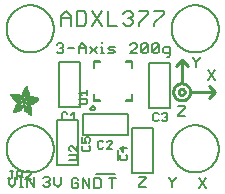
<source format=gbr>
G04 EAGLE Gerber RS-274X export*
G75*
%MOMM*%
%FSLAX34Y34*%
%LPD*%
%INSilkscreen Top*%
%IPPOS*%
%AMOC8*
5,1,8,0,0,1.08239X$1,22.5*%
G01*
%ADD10C,0.203200*%
%ADD11C,0.152400*%
%ADD12C,0.254000*%
%ADD13C,0.127000*%
%ADD14R,0.034300X0.003800*%
%ADD15R,0.057200X0.003800*%
%ADD16R,0.076200X0.003800*%
%ADD17R,0.091400X0.003800*%
%ADD18R,0.102900X0.003800*%
%ADD19R,0.114300X0.003900*%
%ADD20R,0.129500X0.003800*%
%ADD21R,0.137200X0.003800*%
%ADD22R,0.144800X0.003800*%
%ADD23R,0.152400X0.003800*%
%ADD24R,0.160000X0.003800*%
%ADD25R,0.171500X0.003800*%
%ADD26R,0.175300X0.003800*%
%ADD27R,0.182900X0.003800*%
%ADD28R,0.190500X0.003800*%
%ADD29R,0.194300X0.003900*%
%ADD30R,0.201900X0.003800*%
%ADD31R,0.209500X0.003800*%
%ADD32R,0.213400X0.003800*%
%ADD33R,0.221000X0.003800*%
%ADD34R,0.224800X0.003800*%
%ADD35R,0.232400X0.003800*%
%ADD36R,0.240000X0.003800*%
%ADD37R,0.243800X0.003800*%
%ADD38R,0.247600X0.003800*%
%ADD39R,0.255300X0.003900*%
%ADD40R,0.259100X0.003800*%
%ADD41R,0.262900X0.003800*%
%ADD42R,0.270500X0.003800*%
%ADD43R,0.274300X0.003800*%
%ADD44R,0.281900X0.003800*%
%ADD45R,0.285700X0.003800*%
%ADD46R,0.289500X0.003800*%
%ADD47R,0.297200X0.003800*%
%ADD48R,0.301000X0.003800*%
%ADD49R,0.304800X0.003900*%
%ADD50R,0.312400X0.003800*%
%ADD51R,0.316200X0.003800*%
%ADD52R,0.320000X0.003800*%
%ADD53R,0.327600X0.003800*%
%ADD54R,0.331500X0.003800*%
%ADD55R,0.339100X0.003800*%
%ADD56R,0.342900X0.003800*%
%ADD57R,0.346700X0.003800*%
%ADD58R,0.354300X0.003800*%
%ADD59R,0.358100X0.003900*%
%ADD60R,0.361900X0.003800*%
%ADD61R,0.369600X0.003800*%
%ADD62R,0.373400X0.003800*%
%ADD63R,0.377200X0.003800*%
%ADD64R,0.384800X0.003800*%
%ADD65R,0.388600X0.003800*%
%ADD66R,0.396200X0.003800*%
%ADD67R,0.400000X0.003800*%
%ADD68R,0.403800X0.003800*%
%ADD69R,0.411500X0.003900*%
%ADD70R,0.415300X0.003800*%
%ADD71R,0.419100X0.003800*%
%ADD72R,0.045700X0.003800*%
%ADD73R,0.426700X0.003800*%
%ADD74R,0.072400X0.003800*%
%ADD75R,0.430500X0.003800*%
%ADD76R,0.095300X0.003800*%
%ADD77R,0.438100X0.003800*%
%ADD78R,0.110500X0.003800*%
%ADD79R,0.441900X0.003800*%
%ADD80R,0.445800X0.003800*%
%ADD81R,0.144700X0.003800*%
%ADD82R,0.453400X0.003800*%
%ADD83R,0.457200X0.003800*%
%ADD84R,0.175300X0.003900*%
%ADD85R,0.461000X0.003900*%
%ADD86R,0.468600X0.003800*%
%ADD87R,0.205800X0.003800*%
%ADD88R,0.472400X0.003800*%
%ADD89R,0.217200X0.003800*%
%ADD90R,0.476200X0.003800*%
%ADD91R,0.483900X0.003800*%
%ADD92R,0.247700X0.003800*%
%ADD93R,0.487700X0.003800*%
%ADD94R,0.495300X0.003800*%
%ADD95R,0.499100X0.003800*%
%ADD96R,0.502900X0.003800*%
%ADD97R,0.510500X0.003800*%
%ADD98R,0.308600X0.003900*%
%ADD99R,0.514300X0.003900*%
%ADD100R,0.323800X0.003800*%
%ADD101R,0.518100X0.003800*%
%ADD102R,0.335300X0.003800*%
%ADD103R,0.525800X0.003800*%
%ADD104R,0.529600X0.003800*%
%ADD105R,0.358100X0.003800*%
%ADD106R,0.533400X0.003800*%
%ADD107R,0.537200X0.003800*%
%ADD108R,0.381000X0.003800*%
%ADD109R,0.544800X0.003800*%
%ADD110R,0.392400X0.003800*%
%ADD111R,0.548600X0.003800*%
%ADD112R,0.552400X0.003800*%
%ADD113R,0.556200X0.003800*%
%ADD114R,0.422900X0.003900*%
%ADD115R,0.560100X0.003900*%
%ADD116R,0.434300X0.003800*%
%ADD117R,0.563900X0.003800*%
%ADD118R,0.567700X0.003800*%
%ADD119R,0.461000X0.003800*%
%ADD120R,0.571500X0.003800*%
%ADD121R,0.575300X0.003800*%
%ADD122R,0.480100X0.003800*%
%ADD123R,0.579100X0.003800*%
%ADD124R,0.491500X0.003800*%
%ADD125R,0.582900X0.003800*%
%ADD126R,0.586700X0.003800*%
%ADD127R,0.510600X0.003800*%
%ADD128R,0.590500X0.003800*%
%ADD129R,0.522000X0.003800*%
%ADD130R,0.594300X0.003800*%
%ADD131R,0.533400X0.003900*%
%ADD132R,0.598200X0.003900*%
%ADD133R,0.541000X0.003800*%
%ADD134R,0.602000X0.003800*%
%ADD135R,0.552500X0.003800*%
%ADD136R,0.605800X0.003800*%
%ADD137R,0.560100X0.003800*%
%ADD138R,0.609600X0.003800*%
%ADD139R,0.613400X0.003800*%
%ADD140R,0.583000X0.003800*%
%ADD141R,0.617200X0.003800*%
%ADD142R,0.594400X0.003800*%
%ADD143R,0.621000X0.003800*%
%ADD144R,0.598200X0.003800*%
%ADD145R,0.624800X0.003800*%
%ADD146R,0.613500X0.003900*%
%ADD147R,0.628600X0.003900*%
%ADD148R,0.632400X0.003800*%
%ADD149R,0.628600X0.003800*%
%ADD150R,0.636300X0.003800*%
%ADD151R,0.640100X0.003800*%
%ADD152R,0.636200X0.003800*%
%ADD153R,0.643900X0.003800*%
%ADD154R,0.647700X0.003800*%
%ADD155R,0.651500X0.003800*%
%ADD156R,0.659100X0.003800*%
%ADD157R,0.659100X0.003900*%
%ADD158R,0.655300X0.003900*%
%ADD159R,0.662900X0.003800*%
%ADD160R,0.655300X0.003800*%
%ADD161R,0.670500X0.003800*%
%ADD162R,0.670600X0.003800*%
%ADD163R,0.674400X0.003800*%
%ADD164R,0.682000X0.003800*%
%ADD165R,0.666700X0.003800*%
%ADD166R,0.685800X0.003800*%
%ADD167R,0.689600X0.003800*%
%ADD168R,0.693400X0.003900*%
%ADD169R,0.674400X0.003900*%
%ADD170R,0.697200X0.003800*%
%ADD171R,0.678200X0.003800*%
%ADD172R,0.697300X0.003800*%
%ADD173R,0.701100X0.003800*%
%ADD174R,0.704900X0.003800*%
%ADD175R,0.708700X0.003800*%
%ADD176R,0.712500X0.003800*%
%ADD177R,0.716300X0.003800*%
%ADD178R,0.720100X0.003900*%
%ADD179R,0.689600X0.003900*%
%ADD180R,0.720000X0.003800*%
%ADD181R,0.693400X0.003800*%
%ADD182R,0.723900X0.003800*%
%ADD183R,0.727700X0.003800*%
%ADD184R,0.731500X0.003800*%
%ADD185R,0.701000X0.003800*%
%ADD186R,0.735300X0.003800*%
%ADD187R,0.731500X0.003900*%
%ADD188R,0.701000X0.003900*%
%ADD189R,0.704800X0.003800*%
%ADD190R,0.739100X0.003800*%
%ADD191R,0.743000X0.003800*%
%ADD192R,0.739200X0.003800*%
%ADD193R,0.743000X0.003900*%
%ADD194R,0.704800X0.003900*%
%ADD195R,0.746800X0.003800*%
%ADD196R,0.746800X0.003900*%
%ADD197R,0.742900X0.003800*%
%ADD198R,0.746700X0.003800*%
%ADD199R,0.746700X0.003900*%
%ADD200R,1.428800X0.003800*%
%ADD201R,1.424900X0.003800*%
%ADD202R,1.421100X0.003900*%
%ADD203R,1.421100X0.003800*%
%ADD204R,1.417300X0.003800*%
%ADD205R,1.413500X0.003800*%
%ADD206R,1.409700X0.003800*%
%ADD207R,1.405900X0.003800*%
%ADD208R,1.402100X0.003800*%
%ADD209R,1.398300X0.003800*%
%ADD210R,0.983000X0.003900*%
%ADD211R,0.384800X0.003900*%
%ADD212R,0.971600X0.003800*%
%ADD213R,0.963900X0.003800*%
%ADD214R,0.956300X0.003800*%
%ADD215R,0.365800X0.003800*%
%ADD216R,0.952500X0.003800*%
%ADD217R,0.941000X0.003800*%
%ADD218R,0.358200X0.003800*%
%ADD219R,0.937200X0.003800*%
%ADD220R,0.933400X0.003800*%
%ADD221R,0.354400X0.003800*%
%ADD222R,0.925800X0.003800*%
%ADD223R,0.350500X0.003800*%
%ADD224R,0.922000X0.003800*%
%ADD225R,0.918200X0.003900*%
%ADD226R,0.346700X0.003900*%
%ADD227R,0.910600X0.003800*%
%ADD228R,0.906800X0.003800*%
%ADD229R,0.903000X0.003800*%
%ADD230R,0.339000X0.003800*%
%ADD231R,0.895300X0.003800*%
%ADD232R,0.335200X0.003800*%
%ADD233R,0.887700X0.003800*%
%ADD234R,0.883900X0.003800*%
%ADD235R,0.331400X0.003800*%
%ADD236R,0.880100X0.003800*%
%ADD237R,0.876300X0.003800*%
%ADD238R,0.468600X0.003900*%
%ADD239R,0.396200X0.003900*%
%ADD240R,0.323800X0.003900*%
%ADD241R,0.449600X0.003800*%
%ADD242R,0.323900X0.003800*%
%ADD243R,0.442000X0.003800*%
%ADD244R,0.434400X0.003800*%
%ADD245R,0.320100X0.003800*%
%ADD246R,0.316300X0.003800*%
%ADD247R,0.426800X0.003800*%
%ADD248R,0.327700X0.003800*%
%ADD249R,0.312500X0.003800*%
%ADD250R,0.422900X0.003800*%
%ADD251R,0.308600X0.003800*%
%ADD252R,0.293400X0.003800*%
%ADD253R,0.304800X0.003800*%
%ADD254R,0.419100X0.003900*%
%ADD255R,0.285700X0.003900*%
%ADD256R,0.301000X0.003900*%
%ADD257R,0.411500X0.003800*%
%ADD258R,0.407700X0.003800*%
%ADD259R,0.289600X0.003800*%
%ADD260R,0.285800X0.003800*%
%ADD261R,0.403900X0.003800*%
%ADD262R,0.228600X0.003800*%
%ADD263R,0.403900X0.003900*%
%ADD264R,0.221000X0.003900*%
%ADD265R,0.278100X0.003900*%
%ADD266R,0.400100X0.003800*%
%ADD267R,0.209600X0.003800*%
%ADD268R,0.266700X0.003800*%
%ADD269R,0.038100X0.003800*%
%ADD270R,0.194300X0.003800*%
%ADD271R,0.148600X0.003800*%
%ADD272R,0.259000X0.003800*%
%ADD273R,0.182800X0.003800*%
%ADD274R,0.186700X0.003800*%
%ADD275R,0.251400X0.003800*%
%ADD276R,0.179100X0.003800*%
%ADD277R,0.236200X0.003800*%
%ADD278R,0.243900X0.003900*%
%ADD279R,0.282000X0.003900*%
%ADD280R,0.167700X0.003800*%
%ADD281R,0.236300X0.003800*%
%ADD282R,0.396300X0.003800*%
%ADD283R,0.163900X0.003800*%
%ADD284R,0.392500X0.003800*%
%ADD285R,0.160100X0.003800*%
%ADD286R,0.586800X0.003800*%
%ADD287R,0.148500X0.003800*%
%ADD288R,0.140900X0.003800*%
%ADD289R,0.392400X0.003900*%
%ADD290R,0.140900X0.003900*%
%ADD291R,0.647700X0.003900*%
%ADD292R,0.133300X0.003800*%
%ADD293R,0.674300X0.003800*%
%ADD294R,0.388700X0.003800*%
%ADD295R,0.125700X0.003800*%
%ADD296R,0.121900X0.003800*%
%ADD297R,0.720100X0.003800*%
%ADD298R,0.118100X0.003800*%
%ADD299R,0.118100X0.003900*%
%ADD300R,0.739100X0.003900*%
%ADD301R,0.114300X0.003800*%
%ADD302R,0.754400X0.003800*%
%ADD303R,0.765800X0.003800*%
%ADD304R,0.773400X0.003800*%
%ADD305R,0.784800X0.003800*%
%ADD306R,0.118200X0.003800*%
%ADD307R,0.792500X0.003800*%
%ADD308R,0.803900X0.003800*%
%ADD309R,0.122000X0.003800*%
%ADD310R,0.815400X0.003800*%
%ADD311R,0.125800X0.003800*%
%ADD312R,0.826800X0.003800*%
%ADD313R,0.369500X0.003900*%
%ADD314R,0.133400X0.003900*%
%ADD315R,0.842000X0.003900*%
%ADD316R,0.365700X0.003800*%
%ADD317R,1.009700X0.003800*%
%ADD318R,1.013500X0.003800*%
%ADD319R,0.362000X0.003800*%
%ADD320R,1.024900X0.003800*%
%ADD321R,1.028700X0.003800*%
%ADD322R,1.036300X0.003800*%
%ADD323R,1.047800X0.003800*%
%ADD324R,1.055400X0.003800*%
%ADD325R,1.070600X0.003800*%
%ADD326R,0.030500X0.003800*%
%ADD327R,1.436400X0.003800*%
%ADD328R,1.562100X0.003900*%
%ADD329R,1.588700X0.003800*%
%ADD330R,1.607800X0.003800*%
%ADD331R,1.626900X0.003800*%
%ADD332R,1.642100X0.003800*%
%ADD333R,1.657400X0.003800*%
%ADD334R,1.676400X0.003800*%
%ADD335R,1.687800X0.003800*%
%ADD336R,1.703000X0.003800*%
%ADD337R,1.714500X0.003800*%
%ADD338R,1.726000X0.003900*%
%ADD339R,1.741200X0.003800*%
%ADD340R,0.914400X0.003800*%
%ADD341R,0.769600X0.003800*%
%ADD342R,0.884000X0.003800*%
%ADD343R,0.712400X0.003800*%
%ADD344R,0.880100X0.003900*%
%ADD345R,0.887800X0.003800*%
%ADD346R,0.891600X0.003800*%
%ADD347R,0.895400X0.003800*%
%ADD348R,0.251500X0.003800*%
%ADD349R,0.579200X0.003900*%
%ADD350R,0.243900X0.003800*%
%ADD351R,0.556300X0.003800*%
%ADD352R,0.255200X0.003800*%
%ADD353R,0.529500X0.003800*%
%ADD354R,0.731600X0.003800*%
%ADD355R,0.525800X0.003900*%
%ADD356R,0.281900X0.003900*%
%ADD357R,0.735400X0.003900*%
%ADD358R,0.300900X0.003800*%
%ADD359R,0.762000X0.003800*%
%ADD360R,0.518200X0.003800*%
%ADD361R,0.350600X0.003800*%
%ADD362R,0.796300X0.003800*%
%ADD363R,0.807800X0.003800*%
%ADD364R,0.506700X0.003800*%
%ADD365R,0.849600X0.003800*%
%ADD366R,0.506700X0.003900*%
%ADD367R,1.371600X0.003900*%
%ADD368R,1.207800X0.003800*%
%ADD369R,0.503000X0.003800*%
%ADD370R,0.141000X0.003800*%
%ADD371R,1.203900X0.003800*%
%ADD372R,1.204000X0.003800*%
%ADD373R,1.200200X0.003800*%
%ADD374R,0.499100X0.003900*%
%ADD375R,0.156200X0.003900*%
%ADD376R,1.196400X0.003900*%
%ADD377R,1.196400X0.003800*%
%ADD378R,0.163800X0.003800*%
%ADD379R,0.167600X0.003800*%
%ADD380R,1.192500X0.003800*%
%ADD381R,0.499200X0.003800*%
%ADD382R,1.188700X0.003800*%
%ADD383R,0.506800X0.003800*%
%ADD384R,1.184900X0.003800*%
%ADD385R,0.510600X0.003900*%
%ADD386R,0.209600X0.003900*%
%ADD387R,1.181100X0.003900*%
%ADD388R,0.514400X0.003800*%
%ADD389R,1.181100X0.003800*%
%ADD390R,1.177300X0.003800*%
%ADD391R,0.240100X0.003800*%
%ADD392R,1.173500X0.003800*%
%ADD393R,1.169700X0.003800*%
%ADD394R,1.165900X0.003800*%
%ADD395R,1.162100X0.003800*%
%ADD396R,0.929700X0.003900*%
%ADD397R,1.162100X0.003900*%
%ADD398R,0.929700X0.003800*%
%ADD399R,1.154500X0.003800*%
%ADD400R,0.933500X0.003800*%
%ADD401R,1.150600X0.003800*%
%ADD402R,0.937300X0.003800*%
%ADD403R,1.146800X0.003800*%
%ADD404R,0.941100X0.003800*%
%ADD405R,1.139200X0.003800*%
%ADD406R,0.944900X0.003800*%
%ADD407R,1.135400X0.003800*%
%ADD408R,0.948700X0.003800*%
%ADD409R,1.127800X0.003800*%
%ADD410R,1.124000X0.003800*%
%ADD411R,1.116400X0.003800*%
%ADD412R,0.956300X0.003900*%
%ADD413R,1.104900X0.003900*%
%ADD414R,0.960100X0.003800*%
%ADD415R,1.093500X0.003800*%
%ADD416R,1.085900X0.003800*%
%ADD417R,0.967800X0.003800*%
%ADD418R,1.074500X0.003800*%
%ADD419R,1.063000X0.003800*%
%ADD420R,0.975400X0.003800*%
%ADD421R,1.036400X0.003800*%
%ADD422R,0.979200X0.003800*%
%ADD423R,1.021000X0.003800*%
%ADD424R,0.983000X0.003800*%
%ADD425R,1.009600X0.003800*%
%ADD426R,0.986800X0.003800*%
%ADD427R,0.998200X0.003800*%
%ADD428R,0.990600X0.003900*%
%ADD429R,0.986700X0.003900*%
%ADD430R,0.994400X0.003800*%
%ADD431R,0.975300X0.003800*%
%ADD432R,0.948600X0.003800*%
%ADD433R,1.002000X0.003800*%
%ADD434R,0.213300X0.003800*%
%ADD435R,0.217100X0.003800*%
%ADD436R,1.017300X0.003800*%
%ADD437R,0.666800X0.003800*%
%ADD438R,0.220900X0.003800*%
%ADD439R,1.028700X0.003900*%
%ADD440R,0.224700X0.003900*%
%ADD441R,1.032500X0.003800*%
%ADD442R,1.040100X0.003800*%
%ADD443R,1.043900X0.003800*%
%ADD444R,0.548700X0.003800*%
%ADD445R,1.051500X0.003800*%
%ADD446R,1.055300X0.003800*%
%ADD447R,1.059100X0.003800*%
%ADD448R,1.062900X0.003800*%
%ADD449R,0.255300X0.003800*%
%ADD450R,1.066800X0.003900*%
%ADD451R,0.259100X0.003900*%
%ADD452R,0.457200X0.003900*%
%ADD453R,0.423000X0.003800*%
%ADD454R,1.082100X0.003800*%
%ADD455R,0.274400X0.003800*%
%ADD456R,0.278200X0.003800*%
%ADD457R,1.101100X0.003800*%
%ADD458R,0.278100X0.003800*%
%ADD459R,0.876300X0.003900*%
%ADD460R,0.236200X0.003900*%
%ADD461R,0.289600X0.003900*%
%ADD462R,0.247700X0.003900*%
%ADD463R,0.049500X0.003800*%
%ADD464R,0.640100X0.003900*%
%ADD465R,0.659200X0.003800*%
%ADD466R,0.663000X0.003800*%
%ADD467R,0.872500X0.003900*%
%ADD468R,0.666800X0.003900*%
%ADD469R,0.872500X0.003800*%
%ADD470R,0.868700X0.003800*%
%ADD471R,0.864900X0.003800*%
%ADD472R,0.861100X0.003800*%
%ADD473R,0.857300X0.003800*%
%ADD474R,0.853400X0.003800*%
%ADD475R,0.845800X0.003800*%
%ADD476R,0.682000X0.003900*%
%ADD477R,0.842000X0.003800*%
%ADD478R,0.834400X0.003800*%
%ADD479R,0.823000X0.003800*%
%ADD480R,0.815300X0.003800*%
%ADD481R,0.811500X0.003800*%
%ADD482R,0.788700X0.003800*%
%ADD483R,0.777300X0.003900*%
%ADD484R,0.750600X0.003800*%
%ADD485R,0.735400X0.003800*%
%ADD486R,0.727800X0.003800*%
%ADD487R,0.628700X0.003800*%
%ADD488R,0.575400X0.003800*%
%ADD489R,0.670600X0.003900*%
%ADD490R,0.655400X0.003800*%
%ADD491R,0.651500X0.003900*%
%ADD492R,0.624800X0.003900*%
%ADD493R,0.594400X0.003900*%
%ADD494R,0.563900X0.003900*%
%ADD495R,0.541100X0.003800*%
%ADD496R,0.537300X0.003800*%
%ADD497R,0.525700X0.003800*%
%ADD498R,0.525700X0.003900*%
%ADD499R,0.514300X0.003800*%
%ADD500R,0.480100X0.003900*%
%ADD501R,0.464800X0.003800*%
%ADD502R,0.442000X0.003900*%
%ADD503R,0.438200X0.003800*%
%ADD504R,0.430600X0.003800*%
%ADD505R,0.407600X0.003800*%
%ADD506R,0.403800X0.003900*%
%ADD507R,0.365700X0.003900*%
%ADD508R,0.327700X0.003900*%
%ADD509R,0.243800X0.003900*%
%ADD510R,0.205800X0.003900*%
%ADD511R,0.198100X0.003800*%
%ADD512R,0.163800X0.003900*%
%ADD513R,0.137100X0.003800*%
%ADD514R,0.091500X0.003900*%
%ADD515R,0.060900X0.003800*%


D10*
X35440Y33528D02*
X35440Y41663D01*
X39507Y45730D01*
X43575Y41663D01*
X43575Y33528D01*
X43575Y39629D02*
X35440Y39629D01*
X48537Y45730D02*
X48537Y33528D01*
X54638Y33528D01*
X56672Y35562D01*
X56672Y43697D01*
X54638Y45730D01*
X48537Y45730D01*
X61634Y45730D02*
X69769Y33528D01*
X61634Y33528D02*
X69769Y45730D01*
X74731Y45730D02*
X74731Y33528D01*
X82866Y33528D01*
X87829Y43697D02*
X89862Y45730D01*
X93930Y45730D01*
X95964Y43697D01*
X95964Y41663D01*
X93930Y39629D01*
X91896Y39629D01*
X93930Y39629D02*
X95964Y37595D01*
X95964Y35562D01*
X93930Y33528D01*
X89862Y33528D01*
X87829Y35562D01*
X100926Y45730D02*
X109061Y45730D01*
X109061Y43697D01*
X100926Y35562D01*
X100926Y33528D01*
X114023Y45730D02*
X122158Y45730D01*
X122158Y43697D01*
X114023Y35562D01*
X114023Y33528D01*
D11*
X-9144Y-94481D02*
X-9144Y-100243D01*
X-6263Y-103124D01*
X-3382Y-100243D01*
X-3382Y-94481D01*
X211Y-103124D02*
X3092Y-103124D01*
X1652Y-103124D02*
X1652Y-94481D01*
X3092Y-94481D02*
X211Y-94481D01*
X6448Y-94481D02*
X6448Y-103124D01*
X12210Y-103124D02*
X6448Y-94481D01*
X12210Y-94481D02*
X12210Y-103124D01*
X20066Y-95921D02*
X21507Y-94481D01*
X24388Y-94481D01*
X25828Y-95921D01*
X25828Y-97362D01*
X24388Y-98802D01*
X22947Y-98802D01*
X24388Y-98802D02*
X25828Y-100243D01*
X25828Y-101683D01*
X24388Y-103124D01*
X21507Y-103124D01*
X20066Y-101683D01*
X29421Y-100243D02*
X29421Y-94481D01*
X29421Y-100243D02*
X32302Y-103124D01*
X35183Y-100243D01*
X35183Y-94481D01*
X48518Y-95751D02*
X49958Y-97191D01*
X48518Y-95751D02*
X45637Y-95751D01*
X44196Y-97191D01*
X44196Y-102953D01*
X45637Y-104394D01*
X48518Y-104394D01*
X49958Y-102953D01*
X49958Y-100072D01*
X47077Y-100072D01*
X53551Y-95751D02*
X53551Y-104394D01*
X59313Y-104394D02*
X53551Y-95751D01*
X59313Y-95751D02*
X59313Y-104394D01*
X62906Y-104394D02*
X62906Y-95751D01*
X62906Y-104394D02*
X67228Y-104394D01*
X68669Y-102953D01*
X68669Y-97191D01*
X67228Y-95751D01*
X62906Y-95751D01*
X101346Y-94481D02*
X107108Y-94481D01*
X107108Y-95921D01*
X101346Y-101683D01*
X101346Y-103124D01*
X107108Y-103124D01*
X126746Y-95921D02*
X126746Y-94481D01*
X126746Y-95921D02*
X129627Y-98802D01*
X132508Y-95921D01*
X132508Y-94481D01*
X129627Y-98802D02*
X129627Y-103124D01*
X152146Y-95751D02*
X157908Y-104394D01*
X152146Y-104394D02*
X157908Y-95751D01*
D12*
X134874Y-22606D02*
X134876Y-22506D01*
X134882Y-22405D01*
X134892Y-22306D01*
X134906Y-22206D01*
X134923Y-22107D01*
X134945Y-22009D01*
X134971Y-21912D01*
X135000Y-21816D01*
X135033Y-21722D01*
X135070Y-21628D01*
X135110Y-21536D01*
X135154Y-21446D01*
X135202Y-21358D01*
X135253Y-21271D01*
X135307Y-21187D01*
X135365Y-21105D01*
X135426Y-21025D01*
X135490Y-20948D01*
X135557Y-20873D01*
X135627Y-20801D01*
X135700Y-20732D01*
X135775Y-20666D01*
X135853Y-20602D01*
X135933Y-20542D01*
X136016Y-20485D01*
X136101Y-20432D01*
X136188Y-20382D01*
X136277Y-20335D01*
X136367Y-20292D01*
X136459Y-20252D01*
X136553Y-20216D01*
X136648Y-20184D01*
X136744Y-20156D01*
X136842Y-20131D01*
X136940Y-20111D01*
X137039Y-20094D01*
X137139Y-20081D01*
X137238Y-20072D01*
X137339Y-20067D01*
X137439Y-20066D01*
X137539Y-20069D01*
X137640Y-20076D01*
X137739Y-20087D01*
X137839Y-20102D01*
X137937Y-20120D01*
X138035Y-20143D01*
X138132Y-20170D01*
X138227Y-20200D01*
X138322Y-20234D01*
X138415Y-20272D01*
X138506Y-20313D01*
X138596Y-20358D01*
X138684Y-20406D01*
X138770Y-20458D01*
X138854Y-20513D01*
X138935Y-20572D01*
X139014Y-20634D01*
X139091Y-20698D01*
X139165Y-20766D01*
X139236Y-20837D01*
X139305Y-20910D01*
X139370Y-20986D01*
X139433Y-21065D01*
X139492Y-21146D01*
X139548Y-21229D01*
X139601Y-21314D01*
X139650Y-21402D01*
X139696Y-21491D01*
X139738Y-21582D01*
X139777Y-21675D01*
X139812Y-21769D01*
X139843Y-21864D01*
X139871Y-21961D01*
X139894Y-22058D01*
X139914Y-22157D01*
X139930Y-22256D01*
X139942Y-22355D01*
X139950Y-22456D01*
X139954Y-22556D01*
X139954Y-22656D01*
X139950Y-22756D01*
X139942Y-22857D01*
X139930Y-22956D01*
X139914Y-23055D01*
X139894Y-23154D01*
X139871Y-23251D01*
X139843Y-23348D01*
X139812Y-23443D01*
X139777Y-23537D01*
X139738Y-23630D01*
X139696Y-23721D01*
X139650Y-23810D01*
X139601Y-23898D01*
X139548Y-23983D01*
X139492Y-24066D01*
X139433Y-24147D01*
X139370Y-24226D01*
X139305Y-24302D01*
X139236Y-24375D01*
X139165Y-24446D01*
X139091Y-24514D01*
X139014Y-24578D01*
X138935Y-24640D01*
X138854Y-24699D01*
X138770Y-24754D01*
X138684Y-24806D01*
X138596Y-24854D01*
X138506Y-24899D01*
X138415Y-24940D01*
X138322Y-24978D01*
X138227Y-25012D01*
X138132Y-25042D01*
X138035Y-25069D01*
X137937Y-25092D01*
X137839Y-25110D01*
X137739Y-25125D01*
X137640Y-25136D01*
X137539Y-25143D01*
X137439Y-25146D01*
X137339Y-25145D01*
X137238Y-25140D01*
X137139Y-25131D01*
X137039Y-25118D01*
X136940Y-25101D01*
X136842Y-25081D01*
X136744Y-25056D01*
X136648Y-25028D01*
X136553Y-24996D01*
X136459Y-24960D01*
X136367Y-24920D01*
X136277Y-24877D01*
X136188Y-24830D01*
X136101Y-24780D01*
X136016Y-24727D01*
X135933Y-24670D01*
X135853Y-24610D01*
X135775Y-24546D01*
X135700Y-24480D01*
X135627Y-24411D01*
X135557Y-24339D01*
X135490Y-24264D01*
X135426Y-24187D01*
X135365Y-24107D01*
X135307Y-24025D01*
X135253Y-23941D01*
X135202Y-23854D01*
X135154Y-23766D01*
X135110Y-23676D01*
X135070Y-23584D01*
X135033Y-23490D01*
X135000Y-23396D01*
X134971Y-23300D01*
X134945Y-23203D01*
X134923Y-23105D01*
X134906Y-23006D01*
X134892Y-22906D01*
X134882Y-22807D01*
X134876Y-22706D01*
X134874Y-22606D01*
X130230Y-22606D02*
X130232Y-22430D01*
X130239Y-22253D01*
X130249Y-22078D01*
X130265Y-21902D01*
X130284Y-21727D01*
X130308Y-21552D01*
X130336Y-21378D01*
X130368Y-21204D01*
X130405Y-21032D01*
X130445Y-20860D01*
X130490Y-20690D01*
X130539Y-20521D01*
X130593Y-20353D01*
X130650Y-20186D01*
X130711Y-20021D01*
X130777Y-19857D01*
X130846Y-19695D01*
X130920Y-19534D01*
X130997Y-19376D01*
X131078Y-19219D01*
X131163Y-19065D01*
X131252Y-18913D01*
X131345Y-18763D01*
X131441Y-18615D01*
X131540Y-18469D01*
X131644Y-18326D01*
X131751Y-18186D01*
X131861Y-18049D01*
X131974Y-17914D01*
X132091Y-17782D01*
X132211Y-17652D01*
X132334Y-17526D01*
X132460Y-17403D01*
X132590Y-17283D01*
X132722Y-17166D01*
X132857Y-17053D01*
X132994Y-16943D01*
X133134Y-16836D01*
X133277Y-16732D01*
X133423Y-16633D01*
X133571Y-16537D01*
X133721Y-16444D01*
X133873Y-16355D01*
X134027Y-16270D01*
X134184Y-16189D01*
X134342Y-16112D01*
X134503Y-16038D01*
X134665Y-15969D01*
X134829Y-15903D01*
X134994Y-15842D01*
X135161Y-15785D01*
X135329Y-15731D01*
X135498Y-15682D01*
X135668Y-15637D01*
X135840Y-15597D01*
X136012Y-15560D01*
X136186Y-15528D01*
X136360Y-15500D01*
X136535Y-15476D01*
X136710Y-15457D01*
X136886Y-15441D01*
X137061Y-15431D01*
X137238Y-15424D01*
X137414Y-15422D01*
X137590Y-15424D01*
X137767Y-15431D01*
X137942Y-15441D01*
X138118Y-15457D01*
X138293Y-15476D01*
X138468Y-15500D01*
X138642Y-15528D01*
X138816Y-15560D01*
X138988Y-15597D01*
X139160Y-15637D01*
X139330Y-15682D01*
X139499Y-15731D01*
X139667Y-15785D01*
X139834Y-15842D01*
X139999Y-15903D01*
X140163Y-15969D01*
X140325Y-16038D01*
X140486Y-16112D01*
X140644Y-16189D01*
X140801Y-16270D01*
X140955Y-16355D01*
X141107Y-16444D01*
X141257Y-16537D01*
X141405Y-16633D01*
X141551Y-16732D01*
X141694Y-16836D01*
X141834Y-16943D01*
X141971Y-17053D01*
X142106Y-17166D01*
X142238Y-17283D01*
X142368Y-17403D01*
X142494Y-17526D01*
X142617Y-17652D01*
X142737Y-17782D01*
X142854Y-17914D01*
X142967Y-18049D01*
X143077Y-18186D01*
X143184Y-18326D01*
X143288Y-18469D01*
X143387Y-18615D01*
X143483Y-18763D01*
X143576Y-18913D01*
X143665Y-19065D01*
X143750Y-19219D01*
X143831Y-19376D01*
X143908Y-19534D01*
X143982Y-19695D01*
X144051Y-19857D01*
X144117Y-20021D01*
X144178Y-20186D01*
X144235Y-20353D01*
X144289Y-20521D01*
X144338Y-20690D01*
X144383Y-20860D01*
X144423Y-21032D01*
X144460Y-21204D01*
X144492Y-21378D01*
X144520Y-21552D01*
X144544Y-21727D01*
X144563Y-21902D01*
X144579Y-22078D01*
X144589Y-22253D01*
X144596Y-22430D01*
X144598Y-22606D01*
X144596Y-22782D01*
X144589Y-22959D01*
X144579Y-23134D01*
X144563Y-23310D01*
X144544Y-23485D01*
X144520Y-23660D01*
X144492Y-23834D01*
X144460Y-24008D01*
X144423Y-24180D01*
X144383Y-24352D01*
X144338Y-24522D01*
X144289Y-24691D01*
X144235Y-24859D01*
X144178Y-25026D01*
X144117Y-25191D01*
X144051Y-25355D01*
X143982Y-25517D01*
X143908Y-25678D01*
X143831Y-25836D01*
X143750Y-25993D01*
X143665Y-26147D01*
X143576Y-26299D01*
X143483Y-26449D01*
X143387Y-26597D01*
X143288Y-26743D01*
X143184Y-26886D01*
X143077Y-27026D01*
X142967Y-27163D01*
X142854Y-27298D01*
X142737Y-27430D01*
X142617Y-27560D01*
X142494Y-27686D01*
X142368Y-27809D01*
X142238Y-27929D01*
X142106Y-28046D01*
X141971Y-28159D01*
X141834Y-28269D01*
X141694Y-28376D01*
X141551Y-28480D01*
X141405Y-28579D01*
X141257Y-28675D01*
X141107Y-28768D01*
X140955Y-28857D01*
X140801Y-28942D01*
X140644Y-29023D01*
X140486Y-29100D01*
X140325Y-29174D01*
X140163Y-29243D01*
X139999Y-29309D01*
X139834Y-29370D01*
X139667Y-29427D01*
X139499Y-29481D01*
X139330Y-29530D01*
X139160Y-29575D01*
X138988Y-29615D01*
X138816Y-29652D01*
X138642Y-29684D01*
X138468Y-29712D01*
X138293Y-29736D01*
X138118Y-29755D01*
X137942Y-29771D01*
X137767Y-29781D01*
X137590Y-29788D01*
X137414Y-29790D01*
X137238Y-29788D01*
X137061Y-29781D01*
X136886Y-29771D01*
X136710Y-29755D01*
X136535Y-29736D01*
X136360Y-29712D01*
X136186Y-29684D01*
X136012Y-29652D01*
X135840Y-29615D01*
X135668Y-29575D01*
X135498Y-29530D01*
X135329Y-29481D01*
X135161Y-29427D01*
X134994Y-29370D01*
X134829Y-29309D01*
X134665Y-29243D01*
X134503Y-29174D01*
X134342Y-29100D01*
X134184Y-29023D01*
X134027Y-28942D01*
X133873Y-28857D01*
X133721Y-28768D01*
X133571Y-28675D01*
X133423Y-28579D01*
X133277Y-28480D01*
X133134Y-28376D01*
X132994Y-28269D01*
X132857Y-28159D01*
X132722Y-28046D01*
X132590Y-27929D01*
X132460Y-27809D01*
X132334Y-27686D01*
X132211Y-27560D01*
X132091Y-27430D01*
X131974Y-27298D01*
X131861Y-27163D01*
X131751Y-27026D01*
X131644Y-26886D01*
X131540Y-26743D01*
X131441Y-26597D01*
X131345Y-26449D01*
X131252Y-26299D01*
X131163Y-26147D01*
X131078Y-25993D01*
X130997Y-25836D01*
X130920Y-25678D01*
X130846Y-25517D01*
X130777Y-25355D01*
X130711Y-25191D01*
X130650Y-25026D01*
X130593Y-24859D01*
X130539Y-24691D01*
X130490Y-24522D01*
X130445Y-24352D01*
X130405Y-24180D01*
X130368Y-24008D01*
X130336Y-23834D01*
X130308Y-23660D01*
X130284Y-23485D01*
X130265Y-23310D01*
X130249Y-23134D01*
X130239Y-22959D01*
X130232Y-22782D01*
X130230Y-22606D01*
D11*
X134366Y-34791D02*
X140128Y-34791D01*
X140128Y-36231D01*
X134366Y-41993D01*
X134366Y-43434D01*
X140128Y-43434D01*
D12*
X137414Y-14986D02*
X137414Y4064D01*
X132334Y-1016D01*
X137414Y4064D02*
X142494Y-1016D01*
X145034Y-22606D02*
X165354Y-22606D01*
X160274Y-17526D01*
X165354Y-22606D02*
X160274Y-27686D01*
D11*
X165528Y-12954D02*
X159766Y-4311D01*
X165528Y-4311D02*
X159766Y-12954D01*
X147066Y5679D02*
X147066Y7119D01*
X147066Y5679D02*
X149947Y2798D01*
X152828Y5679D01*
X152828Y7119D01*
X149947Y2798D02*
X149947Y-1524D01*
X78827Y-95751D02*
X78827Y-104394D01*
X75946Y-95751D02*
X81708Y-95751D01*
X31496Y17109D02*
X32937Y18549D01*
X35818Y18549D01*
X37258Y17109D01*
X37258Y15668D01*
X35818Y14228D01*
X34377Y14228D01*
X35818Y14228D02*
X37258Y12787D01*
X37258Y11347D01*
X35818Y9906D01*
X32937Y9906D01*
X31496Y11347D01*
X40851Y14228D02*
X46613Y14228D01*
X50206Y15668D02*
X50206Y9906D01*
X50206Y15668D02*
X53088Y18549D01*
X55969Y15668D01*
X55969Y9906D01*
X55969Y14228D02*
X50206Y14228D01*
X59562Y15668D02*
X65324Y9906D01*
X59562Y9906D02*
X65324Y15668D01*
X68917Y15668D02*
X70357Y15668D01*
X70357Y9906D01*
X68917Y9906D02*
X71798Y9906D01*
X70357Y18549D02*
X70357Y19990D01*
X75154Y9906D02*
X79475Y9906D01*
X80916Y11347D01*
X79475Y12787D01*
X76594Y12787D01*
X75154Y14228D01*
X76594Y15668D01*
X80916Y15668D01*
X93864Y9906D02*
X99626Y9906D01*
X93864Y9906D02*
X99626Y15668D01*
X99626Y17109D01*
X98186Y18549D01*
X95304Y18549D01*
X93864Y17109D01*
X103219Y17109D02*
X103219Y11347D01*
X103219Y17109D02*
X104660Y18549D01*
X107541Y18549D01*
X108981Y17109D01*
X108981Y11347D01*
X107541Y9906D01*
X104660Y9906D01*
X103219Y11347D01*
X108981Y17109D01*
X112574Y17109D02*
X112574Y11347D01*
X112574Y17109D02*
X114015Y18549D01*
X116896Y18549D01*
X118337Y17109D01*
X118337Y11347D01*
X116896Y9906D01*
X114015Y9906D01*
X112574Y11347D01*
X118337Y17109D01*
X124811Y7025D02*
X126251Y7025D01*
X127692Y8465D01*
X127692Y15668D01*
X123370Y15668D01*
X121929Y14228D01*
X121929Y11347D01*
X123370Y9906D01*
X127692Y9906D01*
D10*
X128844Y30734D02*
X128850Y31225D01*
X128868Y31715D01*
X128898Y32205D01*
X128940Y32694D01*
X128994Y33182D01*
X129060Y33669D01*
X129138Y34153D01*
X129228Y34636D01*
X129330Y35116D01*
X129443Y35594D01*
X129568Y36068D01*
X129705Y36540D01*
X129853Y37008D01*
X130013Y37472D01*
X130184Y37932D01*
X130366Y38388D01*
X130560Y38839D01*
X130764Y39285D01*
X130980Y39726D01*
X131206Y40162D01*
X131442Y40592D01*
X131689Y41016D01*
X131947Y41434D01*
X132215Y41845D01*
X132492Y42250D01*
X132780Y42648D01*
X133077Y43039D01*
X133384Y43422D01*
X133700Y43797D01*
X134025Y44165D01*
X134359Y44525D01*
X134702Y44876D01*
X135053Y45219D01*
X135413Y45553D01*
X135781Y45878D01*
X136156Y46194D01*
X136539Y46501D01*
X136930Y46798D01*
X137328Y47086D01*
X137733Y47363D01*
X138144Y47631D01*
X138562Y47889D01*
X138986Y48136D01*
X139416Y48372D01*
X139852Y48598D01*
X140293Y48814D01*
X140739Y49018D01*
X141190Y49212D01*
X141646Y49394D01*
X142106Y49565D01*
X142570Y49725D01*
X143038Y49873D01*
X143510Y50010D01*
X143984Y50135D01*
X144462Y50248D01*
X144942Y50350D01*
X145425Y50440D01*
X145909Y50518D01*
X146396Y50584D01*
X146884Y50638D01*
X147373Y50680D01*
X147863Y50710D01*
X148353Y50728D01*
X148844Y50734D01*
X149335Y50728D01*
X149825Y50710D01*
X150315Y50680D01*
X150804Y50638D01*
X151292Y50584D01*
X151779Y50518D01*
X152263Y50440D01*
X152746Y50350D01*
X153226Y50248D01*
X153704Y50135D01*
X154178Y50010D01*
X154650Y49873D01*
X155118Y49725D01*
X155582Y49565D01*
X156042Y49394D01*
X156498Y49212D01*
X156949Y49018D01*
X157395Y48814D01*
X157836Y48598D01*
X158272Y48372D01*
X158702Y48136D01*
X159126Y47889D01*
X159544Y47631D01*
X159955Y47363D01*
X160360Y47086D01*
X160758Y46798D01*
X161149Y46501D01*
X161532Y46194D01*
X161907Y45878D01*
X162275Y45553D01*
X162635Y45219D01*
X162986Y44876D01*
X163329Y44525D01*
X163663Y44165D01*
X163988Y43797D01*
X164304Y43422D01*
X164611Y43039D01*
X164908Y42648D01*
X165196Y42250D01*
X165473Y41845D01*
X165741Y41434D01*
X165999Y41016D01*
X166246Y40592D01*
X166482Y40162D01*
X166708Y39726D01*
X166924Y39285D01*
X167128Y38839D01*
X167322Y38388D01*
X167504Y37932D01*
X167675Y37472D01*
X167835Y37008D01*
X167983Y36540D01*
X168120Y36068D01*
X168245Y35594D01*
X168358Y35116D01*
X168460Y34636D01*
X168550Y34153D01*
X168628Y33669D01*
X168694Y33182D01*
X168748Y32694D01*
X168790Y32205D01*
X168820Y31715D01*
X168838Y31225D01*
X168844Y30734D01*
X168838Y30243D01*
X168820Y29753D01*
X168790Y29263D01*
X168748Y28774D01*
X168694Y28286D01*
X168628Y27799D01*
X168550Y27315D01*
X168460Y26832D01*
X168358Y26352D01*
X168245Y25874D01*
X168120Y25400D01*
X167983Y24928D01*
X167835Y24460D01*
X167675Y23996D01*
X167504Y23536D01*
X167322Y23080D01*
X167128Y22629D01*
X166924Y22183D01*
X166708Y21742D01*
X166482Y21306D01*
X166246Y20876D01*
X165999Y20452D01*
X165741Y20034D01*
X165473Y19623D01*
X165196Y19218D01*
X164908Y18820D01*
X164611Y18429D01*
X164304Y18046D01*
X163988Y17671D01*
X163663Y17303D01*
X163329Y16943D01*
X162986Y16592D01*
X162635Y16249D01*
X162275Y15915D01*
X161907Y15590D01*
X161532Y15274D01*
X161149Y14967D01*
X160758Y14670D01*
X160360Y14382D01*
X159955Y14105D01*
X159544Y13837D01*
X159126Y13579D01*
X158702Y13332D01*
X158272Y13096D01*
X157836Y12870D01*
X157395Y12654D01*
X156949Y12450D01*
X156498Y12256D01*
X156042Y12074D01*
X155582Y11903D01*
X155118Y11743D01*
X154650Y11595D01*
X154178Y11458D01*
X153704Y11333D01*
X153226Y11220D01*
X152746Y11118D01*
X152263Y11028D01*
X151779Y10950D01*
X151292Y10884D01*
X150804Y10830D01*
X150315Y10788D01*
X149825Y10758D01*
X149335Y10740D01*
X148844Y10734D01*
X148353Y10740D01*
X147863Y10758D01*
X147373Y10788D01*
X146884Y10830D01*
X146396Y10884D01*
X145909Y10950D01*
X145425Y11028D01*
X144942Y11118D01*
X144462Y11220D01*
X143984Y11333D01*
X143510Y11458D01*
X143038Y11595D01*
X142570Y11743D01*
X142106Y11903D01*
X141646Y12074D01*
X141190Y12256D01*
X140739Y12450D01*
X140293Y12654D01*
X139852Y12870D01*
X139416Y13096D01*
X138986Y13332D01*
X138562Y13579D01*
X138144Y13837D01*
X137733Y14105D01*
X137328Y14382D01*
X136930Y14670D01*
X136539Y14967D01*
X136156Y15274D01*
X135781Y15590D01*
X135413Y15915D01*
X135053Y16249D01*
X134702Y16592D01*
X134359Y16943D01*
X134025Y17303D01*
X133700Y17671D01*
X133384Y18046D01*
X133077Y18429D01*
X132780Y18820D01*
X132492Y19218D01*
X132215Y19623D01*
X131947Y20034D01*
X131689Y20452D01*
X131442Y20876D01*
X131206Y21306D01*
X130980Y21742D01*
X130764Y22183D01*
X130560Y22629D01*
X130366Y23080D01*
X130184Y23536D01*
X130013Y23996D01*
X129853Y24460D01*
X129705Y24928D01*
X129568Y25400D01*
X129443Y25874D01*
X129330Y26352D01*
X129228Y26832D01*
X129138Y27315D01*
X129060Y27799D01*
X128994Y28286D01*
X128940Y28774D01*
X128898Y29263D01*
X128868Y29753D01*
X128850Y30243D01*
X128844Y30734D01*
X-10856Y30734D02*
X-10850Y31225D01*
X-10832Y31715D01*
X-10802Y32205D01*
X-10760Y32694D01*
X-10706Y33182D01*
X-10640Y33669D01*
X-10562Y34153D01*
X-10472Y34636D01*
X-10370Y35116D01*
X-10257Y35594D01*
X-10132Y36068D01*
X-9995Y36540D01*
X-9847Y37008D01*
X-9687Y37472D01*
X-9516Y37932D01*
X-9334Y38388D01*
X-9140Y38839D01*
X-8936Y39285D01*
X-8720Y39726D01*
X-8494Y40162D01*
X-8258Y40592D01*
X-8011Y41016D01*
X-7753Y41434D01*
X-7485Y41845D01*
X-7208Y42250D01*
X-6920Y42648D01*
X-6623Y43039D01*
X-6316Y43422D01*
X-6000Y43797D01*
X-5675Y44165D01*
X-5341Y44525D01*
X-4998Y44876D01*
X-4647Y45219D01*
X-4287Y45553D01*
X-3919Y45878D01*
X-3544Y46194D01*
X-3161Y46501D01*
X-2770Y46798D01*
X-2372Y47086D01*
X-1967Y47363D01*
X-1556Y47631D01*
X-1138Y47889D01*
X-714Y48136D01*
X-284Y48372D01*
X152Y48598D01*
X593Y48814D01*
X1039Y49018D01*
X1490Y49212D01*
X1946Y49394D01*
X2406Y49565D01*
X2870Y49725D01*
X3338Y49873D01*
X3810Y50010D01*
X4284Y50135D01*
X4762Y50248D01*
X5242Y50350D01*
X5725Y50440D01*
X6209Y50518D01*
X6696Y50584D01*
X7184Y50638D01*
X7673Y50680D01*
X8163Y50710D01*
X8653Y50728D01*
X9144Y50734D01*
X9635Y50728D01*
X10125Y50710D01*
X10615Y50680D01*
X11104Y50638D01*
X11592Y50584D01*
X12079Y50518D01*
X12563Y50440D01*
X13046Y50350D01*
X13526Y50248D01*
X14004Y50135D01*
X14478Y50010D01*
X14950Y49873D01*
X15418Y49725D01*
X15882Y49565D01*
X16342Y49394D01*
X16798Y49212D01*
X17249Y49018D01*
X17695Y48814D01*
X18136Y48598D01*
X18572Y48372D01*
X19002Y48136D01*
X19426Y47889D01*
X19844Y47631D01*
X20255Y47363D01*
X20660Y47086D01*
X21058Y46798D01*
X21449Y46501D01*
X21832Y46194D01*
X22207Y45878D01*
X22575Y45553D01*
X22935Y45219D01*
X23286Y44876D01*
X23629Y44525D01*
X23963Y44165D01*
X24288Y43797D01*
X24604Y43422D01*
X24911Y43039D01*
X25208Y42648D01*
X25496Y42250D01*
X25773Y41845D01*
X26041Y41434D01*
X26299Y41016D01*
X26546Y40592D01*
X26782Y40162D01*
X27008Y39726D01*
X27224Y39285D01*
X27428Y38839D01*
X27622Y38388D01*
X27804Y37932D01*
X27975Y37472D01*
X28135Y37008D01*
X28283Y36540D01*
X28420Y36068D01*
X28545Y35594D01*
X28658Y35116D01*
X28760Y34636D01*
X28850Y34153D01*
X28928Y33669D01*
X28994Y33182D01*
X29048Y32694D01*
X29090Y32205D01*
X29120Y31715D01*
X29138Y31225D01*
X29144Y30734D01*
X29138Y30243D01*
X29120Y29753D01*
X29090Y29263D01*
X29048Y28774D01*
X28994Y28286D01*
X28928Y27799D01*
X28850Y27315D01*
X28760Y26832D01*
X28658Y26352D01*
X28545Y25874D01*
X28420Y25400D01*
X28283Y24928D01*
X28135Y24460D01*
X27975Y23996D01*
X27804Y23536D01*
X27622Y23080D01*
X27428Y22629D01*
X27224Y22183D01*
X27008Y21742D01*
X26782Y21306D01*
X26546Y20876D01*
X26299Y20452D01*
X26041Y20034D01*
X25773Y19623D01*
X25496Y19218D01*
X25208Y18820D01*
X24911Y18429D01*
X24604Y18046D01*
X24288Y17671D01*
X23963Y17303D01*
X23629Y16943D01*
X23286Y16592D01*
X22935Y16249D01*
X22575Y15915D01*
X22207Y15590D01*
X21832Y15274D01*
X21449Y14967D01*
X21058Y14670D01*
X20660Y14382D01*
X20255Y14105D01*
X19844Y13837D01*
X19426Y13579D01*
X19002Y13332D01*
X18572Y13096D01*
X18136Y12870D01*
X17695Y12654D01*
X17249Y12450D01*
X16798Y12256D01*
X16342Y12074D01*
X15882Y11903D01*
X15418Y11743D01*
X14950Y11595D01*
X14478Y11458D01*
X14004Y11333D01*
X13526Y11220D01*
X13046Y11118D01*
X12563Y11028D01*
X12079Y10950D01*
X11592Y10884D01*
X11104Y10830D01*
X10615Y10788D01*
X10125Y10758D01*
X9635Y10740D01*
X9144Y10734D01*
X8653Y10740D01*
X8163Y10758D01*
X7673Y10788D01*
X7184Y10830D01*
X6696Y10884D01*
X6209Y10950D01*
X5725Y11028D01*
X5242Y11118D01*
X4762Y11220D01*
X4284Y11333D01*
X3810Y11458D01*
X3338Y11595D01*
X2870Y11743D01*
X2406Y11903D01*
X1946Y12074D01*
X1490Y12256D01*
X1039Y12450D01*
X593Y12654D01*
X152Y12870D01*
X-284Y13096D01*
X-714Y13332D01*
X-1138Y13579D01*
X-1556Y13837D01*
X-1967Y14105D01*
X-2372Y14382D01*
X-2770Y14670D01*
X-3161Y14967D01*
X-3544Y15274D01*
X-3919Y15590D01*
X-4287Y15915D01*
X-4647Y16249D01*
X-4998Y16592D01*
X-5341Y16943D01*
X-5675Y17303D01*
X-6000Y17671D01*
X-6316Y18046D01*
X-6623Y18429D01*
X-6920Y18820D01*
X-7208Y19218D01*
X-7485Y19623D01*
X-7753Y20034D01*
X-8011Y20452D01*
X-8258Y20876D01*
X-8494Y21306D01*
X-8720Y21742D01*
X-8936Y22183D01*
X-9140Y22629D01*
X-9334Y23080D01*
X-9516Y23536D01*
X-9687Y23996D01*
X-9847Y24460D01*
X-9995Y24928D01*
X-10132Y25400D01*
X-10257Y25874D01*
X-10370Y26352D01*
X-10472Y26832D01*
X-10562Y27315D01*
X-10640Y27799D01*
X-10706Y28286D01*
X-10760Y28774D01*
X-10802Y29263D01*
X-10832Y29753D01*
X-10850Y30243D01*
X-10856Y30734D01*
D13*
X62994Y-30716D02*
X67994Y-30716D01*
X62994Y-30716D02*
X62994Y-29716D01*
X62994Y-24716D01*
X62994Y-2716D02*
X62994Y2284D01*
X62994Y3284D01*
X67994Y3284D01*
X89994Y3284D02*
X94994Y3284D01*
X94994Y2284D01*
X94994Y-2716D01*
X94994Y-24716D02*
X94994Y-29716D01*
X94994Y-30716D01*
X89994Y-30716D01*
X67994Y2284D02*
X67994Y3284D01*
X67994Y2284D02*
X62994Y2284D01*
X89994Y-29716D02*
X89994Y-30716D01*
X89994Y-29716D02*
X94994Y-29716D01*
X89994Y2284D02*
X89994Y3284D01*
X89994Y2284D02*
X94994Y2284D01*
X67994Y-29716D02*
X67994Y-30716D01*
X67994Y-29716D02*
X62994Y-29716D01*
X60180Y-36576D02*
X60182Y-36492D01*
X60188Y-36408D01*
X60198Y-36324D01*
X60211Y-36241D01*
X60229Y-36159D01*
X60251Y-36077D01*
X60276Y-35997D01*
X60305Y-35918D01*
X60338Y-35840D01*
X60374Y-35764D01*
X60414Y-35690D01*
X60457Y-35618D01*
X60503Y-35548D01*
X60553Y-35480D01*
X60606Y-35414D01*
X60662Y-35351D01*
X60721Y-35291D01*
X60783Y-35234D01*
X60847Y-35179D01*
X60914Y-35128D01*
X60983Y-35080D01*
X61054Y-35035D01*
X61127Y-34993D01*
X61202Y-34955D01*
X61279Y-34921D01*
X61357Y-34890D01*
X61437Y-34863D01*
X61518Y-34839D01*
X61600Y-34820D01*
X61683Y-34804D01*
X61766Y-34792D01*
X61850Y-34784D01*
X61934Y-34780D01*
X62018Y-34780D01*
X62102Y-34784D01*
X62186Y-34792D01*
X62269Y-34804D01*
X62352Y-34820D01*
X62434Y-34839D01*
X62515Y-34863D01*
X62595Y-34890D01*
X62673Y-34921D01*
X62750Y-34955D01*
X62825Y-34993D01*
X62898Y-35035D01*
X62969Y-35080D01*
X63038Y-35128D01*
X63105Y-35179D01*
X63169Y-35234D01*
X63231Y-35291D01*
X63290Y-35351D01*
X63346Y-35414D01*
X63399Y-35480D01*
X63449Y-35548D01*
X63495Y-35618D01*
X63538Y-35690D01*
X63578Y-35764D01*
X63614Y-35840D01*
X63647Y-35918D01*
X63676Y-35997D01*
X63701Y-36077D01*
X63723Y-36159D01*
X63741Y-36241D01*
X63754Y-36324D01*
X63764Y-36408D01*
X63770Y-36492D01*
X63772Y-36576D01*
X63770Y-36660D01*
X63764Y-36744D01*
X63754Y-36828D01*
X63741Y-36911D01*
X63723Y-36993D01*
X63701Y-37075D01*
X63676Y-37155D01*
X63647Y-37234D01*
X63614Y-37312D01*
X63578Y-37388D01*
X63538Y-37462D01*
X63495Y-37534D01*
X63449Y-37604D01*
X63399Y-37672D01*
X63346Y-37738D01*
X63290Y-37801D01*
X63231Y-37861D01*
X63169Y-37918D01*
X63105Y-37973D01*
X63038Y-38024D01*
X62969Y-38072D01*
X62898Y-38117D01*
X62825Y-38159D01*
X62750Y-38197D01*
X62673Y-38231D01*
X62595Y-38262D01*
X62515Y-38289D01*
X62434Y-38313D01*
X62352Y-38332D01*
X62269Y-38348D01*
X62186Y-38360D01*
X62102Y-38368D01*
X62018Y-38372D01*
X61934Y-38372D01*
X61850Y-38368D01*
X61766Y-38360D01*
X61683Y-38348D01*
X61600Y-38332D01*
X61518Y-38313D01*
X61437Y-38289D01*
X61357Y-38262D01*
X61279Y-38231D01*
X61202Y-38197D01*
X61127Y-38159D01*
X61054Y-38117D01*
X60983Y-38072D01*
X60914Y-38024D01*
X60847Y-37973D01*
X60783Y-37918D01*
X60721Y-37861D01*
X60662Y-37801D01*
X60606Y-37738D01*
X60553Y-37672D01*
X60503Y-37604D01*
X60457Y-37534D01*
X60414Y-37462D01*
X60374Y-37388D01*
X60338Y-37312D01*
X60305Y-37234D01*
X60276Y-37155D01*
X60251Y-37075D01*
X60229Y-36993D01*
X60211Y-36911D01*
X60198Y-36828D01*
X60188Y-36744D01*
X60182Y-36660D01*
X60180Y-36576D01*
D11*
X56130Y-32954D02*
X50622Y-32954D01*
X56130Y-32954D02*
X57232Y-31852D01*
X57232Y-29649D01*
X56130Y-28548D01*
X50622Y-28548D01*
X52826Y-25470D02*
X50622Y-23267D01*
X57232Y-23267D01*
X57232Y-25470D02*
X57232Y-21063D01*
D10*
X64644Y-59446D02*
X80644Y-59446D01*
X80644Y-92446D02*
X64644Y-92446D01*
X83144Y-79946D02*
X83144Y-71946D01*
D11*
X47920Y-80264D02*
X42412Y-80264D01*
X47920Y-80264D02*
X49022Y-79162D01*
X49022Y-76959D01*
X47920Y-75858D01*
X42412Y-75858D01*
X49022Y-72780D02*
X49022Y-68373D01*
X44616Y-68373D02*
X49022Y-72780D01*
X44616Y-68373D02*
X43514Y-68373D01*
X42412Y-69475D01*
X42412Y-71678D01*
X43514Y-72780D01*
D10*
X33274Y-35306D02*
X33274Y2794D01*
X51054Y2794D01*
X51054Y-35306D01*
X33274Y-35306D01*
D11*
X39518Y-39872D02*
X40619Y-40974D01*
X39518Y-39872D02*
X37314Y-39872D01*
X36213Y-40974D01*
X36213Y-45380D01*
X37314Y-46482D01*
X39518Y-46482D01*
X40619Y-45380D01*
X43697Y-42076D02*
X45900Y-39872D01*
X45900Y-46482D01*
X43697Y-46482D02*
X48103Y-46482D01*
D10*
X53594Y-59436D02*
X91694Y-59436D01*
X53594Y-59436D02*
X53594Y-41656D01*
X91694Y-41656D01*
X91694Y-59436D01*
D11*
X71099Y-65104D02*
X69998Y-64002D01*
X67794Y-64002D01*
X66693Y-65104D01*
X66693Y-69510D01*
X67794Y-70612D01*
X69998Y-70612D01*
X71099Y-69510D01*
X74177Y-70612D02*
X78583Y-70612D01*
X74177Y-70612D02*
X78583Y-66206D01*
X78583Y-65104D01*
X77482Y-64002D01*
X75278Y-64002D01*
X74177Y-65104D01*
D10*
X109474Y-36576D02*
X109474Y1524D01*
X127254Y1524D01*
X127254Y-36576D01*
X109474Y-36576D01*
D11*
X116716Y-40634D02*
X117817Y-41736D01*
X116716Y-40634D02*
X114513Y-40634D01*
X113411Y-41736D01*
X113411Y-46142D01*
X114513Y-47244D01*
X116716Y-47244D01*
X117817Y-46142D01*
X120895Y-41736D02*
X121997Y-40634D01*
X124200Y-40634D01*
X125302Y-41736D01*
X125302Y-42838D01*
X124200Y-43939D01*
X123098Y-43939D01*
X124200Y-43939D02*
X125302Y-45041D01*
X125302Y-46142D01*
X124200Y-47244D01*
X121997Y-47244D01*
X120895Y-46142D01*
D10*
X113284Y-53086D02*
X113284Y-91186D01*
X95504Y-91186D01*
X95504Y-53086D01*
X113284Y-53086D01*
D11*
X85932Y-76221D02*
X84830Y-77323D01*
X84830Y-79526D01*
X85932Y-80627D01*
X90338Y-80627D01*
X91440Y-79526D01*
X91440Y-77323D01*
X90338Y-76221D01*
X91440Y-69838D02*
X84830Y-69838D01*
X88135Y-73143D01*
X88135Y-68737D01*
D10*
X49784Y-84836D02*
X49784Y-46736D01*
X49784Y-84836D02*
X32004Y-84836D01*
X32004Y-46736D01*
X49784Y-46736D01*
D11*
X54182Y-68601D02*
X53080Y-69703D01*
X53080Y-71906D01*
X54182Y-73007D01*
X58588Y-73007D01*
X59690Y-71906D01*
X59690Y-69703D01*
X58588Y-68601D01*
X53080Y-65523D02*
X53080Y-61117D01*
X53080Y-65523D02*
X56385Y-65523D01*
X55284Y-63320D01*
X55284Y-62218D01*
X56385Y-61117D01*
X58588Y-61117D01*
X59690Y-62218D01*
X59690Y-64422D01*
X58588Y-65523D01*
D14*
X9703Y-42926D03*
D15*
X9703Y-42888D03*
D16*
X9684Y-42850D03*
D17*
X9684Y-42812D03*
D18*
X9703Y-42774D03*
D19*
X9684Y-42736D03*
D20*
X9684Y-42697D03*
D21*
X9684Y-42659D03*
D22*
X9684Y-42621D03*
D23*
X9646Y-42583D03*
D24*
X9646Y-42545D03*
D25*
X9627Y-42507D03*
D26*
X9608Y-42469D03*
D27*
X9608Y-42431D03*
D28*
X9570Y-42393D03*
D29*
X9551Y-42355D03*
D30*
X9551Y-42316D03*
D31*
X9513Y-42278D03*
D32*
X9493Y-42240D03*
D33*
X9455Y-42202D03*
D34*
X9436Y-42164D03*
D35*
X9436Y-42126D03*
D36*
X9398Y-42088D03*
D37*
X9379Y-42050D03*
D38*
X9360Y-42012D03*
D39*
X9322Y-41974D03*
D40*
X9303Y-41935D03*
D41*
X9284Y-41897D03*
D42*
X9246Y-41859D03*
D43*
X9227Y-41821D03*
D44*
X9189Y-41783D03*
D45*
X9170Y-41745D03*
D46*
X9151Y-41707D03*
D47*
X9112Y-41669D03*
D48*
X9093Y-41631D03*
D49*
X9074Y-41593D03*
D50*
X9036Y-41554D03*
D51*
X9017Y-41516D03*
D52*
X8998Y-41478D03*
D53*
X8960Y-41440D03*
D54*
X8941Y-41402D03*
D55*
X8903Y-41364D03*
D56*
X8884Y-41326D03*
D57*
X8865Y-41288D03*
D58*
X8827Y-41250D03*
D59*
X8808Y-41212D03*
D60*
X8789Y-41173D03*
D61*
X8750Y-41135D03*
D62*
X8731Y-41097D03*
D63*
X8712Y-41059D03*
D64*
X8674Y-41021D03*
D65*
X8655Y-40983D03*
D66*
X8617Y-40945D03*
D67*
X8598Y-40907D03*
D68*
X8579Y-40869D03*
D69*
X8541Y-40831D03*
D70*
X8522Y-40792D03*
D71*
X8503Y-40754D03*
D72*
X-4261Y-40716D03*
D73*
X8465Y-40716D03*
D74*
X-4242Y-40678D03*
D75*
X8446Y-40678D03*
D76*
X-4204Y-40640D03*
D77*
X8408Y-40640D03*
D78*
X-4166Y-40602D03*
D79*
X8389Y-40602D03*
D20*
X-4147Y-40564D03*
D80*
X8369Y-40564D03*
D81*
X-4109Y-40526D03*
D82*
X8331Y-40526D03*
D24*
X-4070Y-40488D03*
D83*
X8312Y-40488D03*
D84*
X-4033Y-40450D03*
D85*
X8293Y-40450D03*
D28*
X-3995Y-40411D03*
D86*
X8255Y-40411D03*
D87*
X-3956Y-40373D03*
D88*
X8236Y-40373D03*
D89*
X-3899Y-40335D03*
D90*
X8217Y-40335D03*
D35*
X-3861Y-40297D03*
D91*
X8179Y-40297D03*
D92*
X-3823Y-40259D03*
D93*
X8160Y-40259D03*
D40*
X-3766Y-40221D03*
D94*
X8122Y-40221D03*
D43*
X-3728Y-40183D03*
D95*
X8103Y-40183D03*
D45*
X-3671Y-40145D03*
D96*
X8084Y-40145D03*
D47*
X-3613Y-40107D03*
D97*
X8046Y-40107D03*
D98*
X-3556Y-40069D03*
D99*
X8027Y-40069D03*
D100*
X-3518Y-40030D03*
D101*
X8008Y-40030D03*
D102*
X-3461Y-39992D03*
D103*
X7969Y-39992D03*
D57*
X-3404Y-39954D03*
D104*
X7950Y-39954D03*
D105*
X-3347Y-39916D03*
D106*
X7931Y-39916D03*
D61*
X-3289Y-39878D03*
D107*
X7912Y-39878D03*
D108*
X-3232Y-39840D03*
D109*
X7874Y-39840D03*
D110*
X-3175Y-39802D03*
D111*
X7855Y-39802D03*
D68*
X-3118Y-39764D03*
D112*
X7836Y-39764D03*
D70*
X-3061Y-39726D03*
D113*
X7817Y-39726D03*
D114*
X-2985Y-39688D03*
D115*
X7798Y-39688D03*
D116*
X-2928Y-39649D03*
D117*
X7779Y-39649D03*
D80*
X-2870Y-39611D03*
D118*
X7760Y-39611D03*
D119*
X-2794Y-39573D03*
D120*
X7741Y-39573D03*
D88*
X-2737Y-39535D03*
D121*
X7722Y-39535D03*
D122*
X-2661Y-39497D03*
D123*
X7703Y-39497D03*
D124*
X-2604Y-39459D03*
D125*
X7684Y-39459D03*
D96*
X-2547Y-39421D03*
D126*
X7665Y-39421D03*
D127*
X-2470Y-39383D03*
D128*
X7646Y-39383D03*
D129*
X-2413Y-39345D03*
D130*
X7627Y-39345D03*
D131*
X-2356Y-39307D03*
D132*
X7607Y-39307D03*
D133*
X-2280Y-39268D03*
D134*
X7588Y-39268D03*
D135*
X-2223Y-39230D03*
D136*
X7569Y-39230D03*
D137*
X-2185Y-39192D03*
D136*
X7569Y-39192D03*
D120*
X-2128Y-39154D03*
D138*
X7550Y-39154D03*
D121*
X-2071Y-39116D03*
D139*
X7531Y-39116D03*
D140*
X-2032Y-39078D03*
D141*
X7512Y-39078D03*
D142*
X-1975Y-39040D03*
D143*
X7493Y-39040D03*
D144*
X-1918Y-39002D03*
D143*
X7493Y-39002D03*
D136*
X-1880Y-38964D03*
D145*
X7474Y-38964D03*
D146*
X-1842Y-38926D03*
D147*
X7455Y-38926D03*
D139*
X-1803Y-38887D03*
D148*
X7436Y-38887D03*
D143*
X-1765Y-38849D03*
D148*
X7436Y-38849D03*
D149*
X-1727Y-38811D03*
D150*
X7417Y-38811D03*
D148*
X-1670Y-38773D03*
D151*
X7398Y-38773D03*
D152*
X-1651Y-38735D03*
D153*
X7379Y-38735D03*
X-1613Y-38697D03*
X7379Y-38697D03*
D154*
X-1556Y-38659D03*
X7360Y-38659D03*
D155*
X-1537Y-38621D03*
X7341Y-38621D03*
D156*
X-1499Y-38583D03*
D155*
X7341Y-38583D03*
D157*
X-1461Y-38545D03*
D158*
X7322Y-38545D03*
D159*
X-1442Y-38506D03*
D160*
X7322Y-38506D03*
D161*
X-1404Y-38468D03*
D156*
X7303Y-38468D03*
D162*
X-1365Y-38430D03*
D159*
X7284Y-38430D03*
D163*
X-1346Y-38392D03*
D159*
X7284Y-38392D03*
D164*
X-1308Y-38354D03*
D165*
X7265Y-38354D03*
D164*
X-1270Y-38316D03*
D165*
X7265Y-38316D03*
D166*
X-1251Y-38278D03*
D161*
X7246Y-38278D03*
D167*
X-1232Y-38240D03*
D161*
X7246Y-38240D03*
D167*
X-1194Y-38202D03*
D163*
X7226Y-38202D03*
D168*
X-1175Y-38164D03*
D169*
X7226Y-38164D03*
D170*
X-1156Y-38125D03*
D171*
X7207Y-38125D03*
D172*
X-1118Y-38087D03*
D171*
X7207Y-38087D03*
D173*
X-1099Y-38049D03*
D171*
X7207Y-38049D03*
D174*
X-1080Y-38011D03*
D164*
X7188Y-38011D03*
D174*
X-1042Y-37973D03*
D164*
X7188Y-37973D03*
D175*
X-1023Y-37935D03*
D166*
X7169Y-37935D03*
D176*
X-1004Y-37897D03*
D166*
X7169Y-37897D03*
D176*
X-966Y-37859D03*
D166*
X7169Y-37859D03*
D177*
X-947Y-37821D03*
D167*
X7150Y-37821D03*
D178*
X-928Y-37783D03*
D179*
X7150Y-37783D03*
D180*
X-889Y-37744D03*
D181*
X7131Y-37744D03*
D182*
X-870Y-37706D03*
D181*
X7131Y-37706D03*
D182*
X-870Y-37668D03*
D181*
X7131Y-37668D03*
D182*
X-832Y-37630D03*
D181*
X7131Y-37630D03*
D183*
X-813Y-37592D03*
D170*
X7112Y-37592D03*
D184*
X-794Y-37554D03*
D170*
X7112Y-37554D03*
D183*
X-775Y-37516D03*
D170*
X7112Y-37516D03*
D184*
X-756Y-37478D03*
D185*
X7093Y-37478D03*
D186*
X-737Y-37440D03*
D185*
X7093Y-37440D03*
D187*
X-718Y-37402D03*
D188*
X7093Y-37402D03*
D186*
X-699Y-37363D03*
D185*
X7093Y-37363D03*
D186*
X-699Y-37325D03*
D189*
X7074Y-37325D03*
D186*
X-661Y-37287D03*
D185*
X7055Y-37287D03*
D190*
X-642Y-37249D03*
D185*
X7055Y-37249D03*
D190*
X-642Y-37211D03*
D185*
X7055Y-37211D03*
D190*
X-604Y-37173D03*
D185*
X7055Y-37173D03*
D190*
X-604Y-37135D03*
D185*
X7055Y-37135D03*
D191*
X-584Y-37097D03*
D189*
X7036Y-37097D03*
D192*
X-565Y-37059D03*
D189*
X7036Y-37059D03*
D193*
X-546Y-37021D03*
D194*
X7036Y-37021D03*
D191*
X-546Y-36982D03*
D189*
X7036Y-36982D03*
D191*
X-508Y-36944D03*
D189*
X7036Y-36944D03*
D191*
X-508Y-36906D03*
D189*
X7036Y-36906D03*
D191*
X-508Y-36868D03*
D189*
X7036Y-36868D03*
D191*
X-470Y-36830D03*
D185*
X7017Y-36830D03*
D191*
X-470Y-36792D03*
D185*
X7017Y-36792D03*
D195*
X-451Y-36754D03*
D185*
X7017Y-36754D03*
D191*
X-432Y-36716D03*
D185*
X7017Y-36716D03*
D191*
X-432Y-36678D03*
D185*
X7017Y-36678D03*
D196*
X-413Y-36640D03*
D188*
X7017Y-36640D03*
D197*
X-394Y-36601D03*
D185*
X7017Y-36601D03*
D197*
X-394Y-36563D03*
D170*
X6998Y-36563D03*
D198*
X-375Y-36525D03*
D170*
X6998Y-36525D03*
D197*
X-356Y-36487D03*
D170*
X6998Y-36487D03*
D197*
X-356Y-36449D03*
D170*
X6998Y-36449D03*
D197*
X-356Y-36411D03*
D170*
X6998Y-36411D03*
D198*
X-337Y-36373D03*
D181*
X6979Y-36373D03*
D197*
X-318Y-36335D03*
D181*
X6979Y-36335D03*
D197*
X-318Y-36297D03*
D181*
X6979Y-36297D03*
D199*
X-299Y-36259D03*
D168*
X6979Y-36259D03*
D197*
X-280Y-36220D03*
D167*
X6960Y-36220D03*
D197*
X-280Y-36182D03*
D167*
X6960Y-36182D03*
D198*
X-261Y-36144D03*
D167*
X6960Y-36144D03*
D197*
X-242Y-36106D03*
D167*
X6960Y-36106D03*
D197*
X-242Y-36068D03*
D166*
X6941Y-36068D03*
D197*
X-242Y-36030D03*
D166*
X6941Y-36030D03*
D200*
X3226Y-35992D03*
X3226Y-35954D03*
D201*
X3207Y-35916D03*
D202*
X3226Y-35878D03*
D203*
X3226Y-35839D03*
D204*
X3207Y-35801D03*
D205*
X3226Y-35763D03*
X3226Y-35725D03*
D206*
X3207Y-35687D03*
D207*
X3226Y-35649D03*
X3226Y-35611D03*
D208*
X3207Y-35573D03*
D209*
X3226Y-35535D03*
D210*
X1149Y-35497D03*
D211*
X8255Y-35497D03*
D212*
X1092Y-35458D03*
D63*
X8293Y-35458D03*
D213*
X1093Y-35420D03*
D62*
X8312Y-35420D03*
D214*
X1055Y-35382D03*
D215*
X8312Y-35382D03*
D216*
X1036Y-35344D03*
D215*
X8312Y-35344D03*
D217*
X1016Y-35306D03*
D218*
X8312Y-35306D03*
D219*
X997Y-35268D03*
D218*
X8312Y-35268D03*
D220*
X978Y-35230D03*
D221*
X8293Y-35230D03*
D222*
X978Y-35192D03*
D223*
X8313Y-35192D03*
D224*
X959Y-35154D03*
D57*
X8294Y-35154D03*
D225*
X940Y-35116D03*
D226*
X8294Y-35116D03*
D227*
X940Y-35077D03*
D56*
X8275Y-35077D03*
D228*
X921Y-35039D03*
D56*
X8275Y-35039D03*
D229*
X902Y-35001D03*
D230*
X8255Y-35001D03*
D231*
X902Y-34963D03*
D230*
X8255Y-34963D03*
D231*
X902Y-34925D03*
D232*
X8236Y-34925D03*
D233*
X902Y-34887D03*
D232*
X8236Y-34887D03*
D234*
X883Y-34849D03*
D235*
X8217Y-34849D03*
D236*
X864Y-34811D03*
D53*
X8198Y-34811D03*
D237*
X883Y-34773D03*
D53*
X8198Y-34773D03*
D238*
X-1156Y-34735D03*
D239*
X3245Y-34735D03*
D240*
X8179Y-34735D03*
D241*
X-1213Y-34696D03*
D61*
X3340Y-34696D03*
D242*
X8141Y-34696D03*
D243*
X-1251Y-34658D03*
D105*
X3398Y-34658D03*
D242*
X8141Y-34658D03*
D244*
X-1251Y-34620D03*
D57*
X3417Y-34620D03*
D245*
X8122Y-34620D03*
D244*
X-1251Y-34582D03*
D102*
X3436Y-34582D03*
D246*
X8103Y-34582D03*
D247*
X-1251Y-34544D03*
D248*
X3474Y-34544D03*
D249*
X8084Y-34544D03*
D247*
X-1251Y-34506D03*
D246*
X3493Y-34506D03*
D249*
X8084Y-34506D03*
D250*
X-1232Y-34468D03*
D251*
X3531Y-34468D03*
D249*
X8046Y-34468D03*
D250*
X-1232Y-34430D03*
D48*
X3531Y-34430D03*
D251*
X8026Y-34430D03*
D71*
X-1213Y-34392D03*
D252*
X3569Y-34392D03*
D253*
X8007Y-34392D03*
D254*
X-1213Y-34354D03*
D255*
X3569Y-34354D03*
D256*
X7988Y-34354D03*
D70*
X-1194Y-34315D03*
D43*
X3588Y-34315D03*
D48*
X7950Y-34315D03*
D70*
X-1194Y-34277D03*
D42*
X3607Y-34277D03*
D47*
X7931Y-34277D03*
D257*
X-1175Y-34239D03*
D41*
X3607Y-34239D03*
D252*
X7912Y-34239D03*
D257*
X-1175Y-34201D03*
D40*
X3626Y-34201D03*
D252*
X7874Y-34201D03*
D258*
X-1156Y-34163D03*
D38*
X3645Y-34163D03*
D259*
X7855Y-34163D03*
D258*
X-1118Y-34125D03*
D37*
X3664Y-34125D03*
D260*
X7836Y-34125D03*
D258*
X-1118Y-34087D03*
D36*
X3683Y-34087D03*
D260*
X7798Y-34087D03*
D261*
X-1099Y-34049D03*
D35*
X3683Y-34049D03*
D44*
X7779Y-34049D03*
D258*
X-1080Y-34011D03*
D262*
X3702Y-34011D03*
D44*
X7741Y-34011D03*
D263*
X-1061Y-33973D03*
D264*
X3702Y-33973D03*
D265*
X7722Y-33973D03*
D266*
X-1042Y-33934D03*
D89*
X3721Y-33934D03*
D42*
X7684Y-33934D03*
D261*
X-1023Y-33896D03*
D267*
X3721Y-33896D03*
D42*
X7646Y-33896D03*
D266*
X-1004Y-33858D03*
D87*
X3740Y-33858D03*
D268*
X7627Y-33858D03*
D269*
X10103Y-33858D03*
D67*
X-965Y-33820D03*
D30*
X3760Y-33820D03*
D41*
X7570Y-33820D03*
D78*
X10122Y-33820D03*
D67*
X-965Y-33782D03*
D270*
X3760Y-33782D03*
D40*
X7551Y-33782D03*
D271*
X10122Y-33782D03*
D67*
X-927Y-33744D03*
D28*
X3779Y-33744D03*
D272*
X7512Y-33744D03*
D273*
X10141Y-33744D03*
D66*
X-908Y-33706D03*
D274*
X3798Y-33706D03*
D275*
X7474Y-33706D03*
D32*
X10141Y-33706D03*
D66*
X-870Y-33668D03*
D276*
X3798Y-33668D03*
D275*
X7436Y-33668D03*
D277*
X10141Y-33668D03*
D67*
X-851Y-33630D03*
D276*
X3798Y-33630D03*
D37*
X7398Y-33630D03*
D272*
X10141Y-33630D03*
D239*
X-832Y-33592D03*
D84*
X3817Y-33592D03*
D278*
X7360Y-33592D03*
D279*
X10141Y-33592D03*
D66*
X-794Y-33553D03*
D280*
X3817Y-33553D03*
D281*
X7322Y-33553D03*
D48*
X10160Y-33553D03*
D282*
X-756Y-33515D03*
D283*
X3836Y-33515D03*
D281*
X7284Y-33515D03*
D52*
X10141Y-33515D03*
D284*
X-737Y-33477D03*
D285*
X3855Y-33477D03*
D262*
X7245Y-33477D03*
D56*
X10141Y-33477D03*
D282*
X-718Y-33439D03*
D285*
X3855Y-33439D03*
D286*
X8998Y-33439D03*
D282*
X-680Y-33401D03*
D23*
X3854Y-33401D03*
D144*
X9017Y-33401D03*
D284*
X-661Y-33363D03*
D287*
X3874Y-33363D03*
D136*
X9055Y-33363D03*
D110*
X-622Y-33325D03*
D287*
X3874Y-33325D03*
D143*
X9093Y-33325D03*
D110*
X-584Y-33287D03*
D81*
X3893Y-33287D03*
D145*
X9112Y-33287D03*
D110*
X-546Y-33249D03*
D288*
X3912Y-33249D03*
D150*
X9132Y-33249D03*
D289*
X-508Y-33211D03*
D290*
X3912Y-33211D03*
D291*
X9151Y-33211D03*
D65*
X-489Y-33172D03*
D292*
X3912Y-33172D03*
D160*
X9189Y-33172D03*
D65*
X-451Y-33134D03*
D292*
X3912Y-33134D03*
D165*
X9208Y-33134D03*
D65*
X-413Y-33096D03*
D20*
X3931Y-33096D03*
D293*
X9208Y-33096D03*
D65*
X-375Y-33058D03*
D20*
X3931Y-33058D03*
D166*
X9227Y-33058D03*
D294*
X-337Y-33020D03*
D295*
X3950Y-33020D03*
D181*
X9265Y-33020D03*
D294*
X-299Y-32982D03*
D295*
X3950Y-32982D03*
D173*
X9265Y-32982D03*
D65*
X-260Y-32944D03*
D296*
X3969Y-32944D03*
D176*
X9284Y-32944D03*
D64*
X-203Y-32906D03*
D296*
X3969Y-32906D03*
D297*
X9284Y-32906D03*
D64*
X-165Y-32868D03*
D298*
X3988Y-32868D03*
D183*
X9284Y-32868D03*
D211*
X-127Y-32830D03*
D299*
X3988Y-32830D03*
D300*
X9303Y-32830D03*
D64*
X-89Y-32791D03*
D301*
X4007Y-32791D03*
D195*
X9303Y-32791D03*
D108*
X-32Y-32753D03*
D298*
X4026Y-32753D03*
D302*
X9303Y-32753D03*
D108*
X6Y-32715D03*
D298*
X4026Y-32715D03*
D303*
X9322Y-32715D03*
D108*
X83Y-32677D03*
D298*
X4026Y-32677D03*
D304*
X9322Y-32677D03*
D108*
X121Y-32639D03*
D301*
X4045Y-32639D03*
D305*
X9341Y-32639D03*
D63*
X178Y-32601D03*
D306*
X4064Y-32601D03*
D307*
X9341Y-32601D03*
D62*
X235Y-32563D03*
D306*
X4064Y-32563D03*
D308*
X9322Y-32563D03*
D62*
X311Y-32525D03*
D309*
X4083Y-32525D03*
D310*
X9341Y-32525D03*
D62*
X349Y-32487D03*
D311*
X4102Y-32487D03*
D312*
X9322Y-32487D03*
D313*
X445Y-32449D03*
D314*
X4140Y-32449D03*
D315*
X9322Y-32449D03*
D316*
X502Y-32410D03*
D317*
X8522Y-32410D03*
D215*
X578Y-32372D03*
D318*
X8541Y-32372D03*
D319*
X673Y-32334D03*
D320*
X8560Y-32334D03*
D105*
X769Y-32296D03*
D321*
X8579Y-32296D03*
D58*
X864Y-32258D03*
D322*
X8579Y-32258D03*
D223*
X959Y-32220D03*
D323*
X8598Y-32220D03*
D57*
X1093Y-32182D03*
D324*
X8598Y-32182D03*
D57*
X1207Y-32144D03*
D325*
X8598Y-32144D03*
D326*
X-1023Y-32106D03*
D327*
X6807Y-32106D03*
D328*
X6217Y-32068D03*
D329*
X6160Y-32029D03*
D330*
X6102Y-31991D03*
D331*
X6084Y-31953D03*
D332*
X6046Y-31915D03*
D333*
X6007Y-31877D03*
D334*
X5988Y-31839D03*
D335*
X5969Y-31801D03*
D336*
X5969Y-31763D03*
D337*
X5950Y-31725D03*
D338*
X5931Y-31687D03*
D339*
X5931Y-31648D03*
D340*
X1721Y-31610D03*
D341*
X10827Y-31610D03*
D231*
X1550Y-31572D03*
D191*
X10998Y-31572D03*
D234*
X1455Y-31534D03*
D184*
X11132Y-31534D03*
D342*
X1378Y-31496D03*
D297*
X11227Y-31496D03*
D234*
X1302Y-31458D03*
D343*
X11341Y-31458D03*
D236*
X1245Y-31420D03*
D174*
X11418Y-31420D03*
D236*
X1169Y-31382D03*
D172*
X11494Y-31382D03*
D236*
X1131Y-31344D03*
D170*
X11570Y-31344D03*
D344*
X1093Y-31306D03*
D168*
X11627Y-31306D03*
D345*
X1054Y-31267D03*
D167*
X11722Y-31267D03*
D345*
X1016Y-31229D03*
D167*
X11760Y-31229D03*
D346*
X997Y-31191D03*
D166*
X11817Y-31191D03*
D347*
X978Y-31153D03*
D166*
X11894Y-31153D03*
D229*
X940Y-31115D03*
D166*
X11932Y-31115D03*
D228*
X921Y-31077D03*
D164*
X11989Y-31077D03*
D227*
X902Y-31039D03*
D166*
X12046Y-31039D03*
D138*
X-641Y-31001D03*
D41*
X4141Y-31001D03*
D166*
X12084Y-31001D03*
D128*
X-775Y-30963D03*
D348*
X4236Y-30963D03*
D167*
X12141Y-30963D03*
D349*
X-870Y-30925D03*
D278*
X4274Y-30925D03*
D179*
X12179Y-30925D03*
D118*
X-966Y-30886D03*
D350*
X4312Y-30886D03*
D181*
X12198Y-30886D03*
D117*
X-1023Y-30848D03*
D37*
X4350Y-30848D03*
D172*
X12256Y-30848D03*
D137*
X-1118Y-30810D03*
D38*
X4369Y-30810D03*
D172*
X12294Y-30810D03*
D351*
X-1175Y-30772D03*
D38*
X4407Y-30772D03*
D174*
X12332Y-30772D03*
D111*
X-1251Y-30734D03*
D275*
X4426Y-30734D03*
D175*
X12351Y-30734D03*
D133*
X-1289Y-30696D03*
D352*
X4445Y-30696D03*
D176*
X12370Y-30696D03*
D107*
X-1346Y-30658D03*
D41*
X4484Y-30658D03*
D297*
X12408Y-30658D03*
D106*
X-1403Y-30620D03*
D268*
X4503Y-30620D03*
D182*
X12427Y-30620D03*
D353*
X-1461Y-30582D03*
D43*
X4541Y-30582D03*
D354*
X12465Y-30582D03*
D355*
X-1518Y-30544D03*
D356*
X4579Y-30544D03*
D357*
X12484Y-30544D03*
D103*
X-1556Y-30505D03*
D46*
X4617Y-30505D03*
D191*
X12484Y-30505D03*
D129*
X-1613Y-30467D03*
D358*
X4636Y-30467D03*
D302*
X12503Y-30467D03*
D129*
X-1651Y-30429D03*
D251*
X4674Y-30429D03*
D359*
X12503Y-30429D03*
D360*
X-1708Y-30391D03*
D242*
X4712Y-30391D03*
D341*
X12503Y-30391D03*
D360*
X-1746Y-30353D03*
D102*
X4769Y-30353D03*
D305*
X12503Y-30353D03*
D97*
X-1785Y-30315D03*
D361*
X4807Y-30315D03*
D362*
X12485Y-30315D03*
D97*
X-1823Y-30277D03*
D61*
X4864Y-30277D03*
D363*
X12465Y-30277D03*
D364*
X-1880Y-30239D03*
D65*
X4959Y-30239D03*
D312*
X12446Y-30239D03*
D364*
X-1918Y-30201D03*
D70*
X5055Y-30201D03*
D365*
X12370Y-30201D03*
D366*
X-1956Y-30163D03*
D367*
X9798Y-30163D03*
D96*
X-1975Y-30124D03*
D22*
X3626Y-30124D03*
D368*
X10655Y-30124D03*
D369*
X-2013Y-30086D03*
D370*
X3569Y-30086D03*
D371*
X10713Y-30086D03*
D369*
X-2051Y-30048D03*
D288*
X3531Y-30048D03*
D371*
X10751Y-30048D03*
D95*
X-2071Y-30010D03*
D288*
X3493Y-30010D03*
D371*
X10789Y-30010D03*
D95*
X-2109Y-29972D03*
D81*
X3474Y-29972D03*
D372*
X10827Y-29972D03*
D95*
X-2147Y-29934D03*
D22*
X3435Y-29934D03*
D373*
X10846Y-29934D03*
D95*
X-2185Y-29896D03*
D22*
X3397Y-29896D03*
D373*
X10884Y-29896D03*
D94*
X-2204Y-29858D03*
D271*
X3378Y-29858D03*
D373*
X10922Y-29858D03*
D94*
X-2242Y-29820D03*
D23*
X3321Y-29820D03*
D373*
X10922Y-29820D03*
D374*
X-2261Y-29782D03*
D375*
X3302Y-29782D03*
D376*
X10941Y-29782D03*
D95*
X-2299Y-29743D03*
D24*
X3283Y-29743D03*
D377*
X10979Y-29743D03*
D94*
X-2318Y-29705D03*
D378*
X3226Y-29705D03*
D377*
X10979Y-29705D03*
D95*
X-2337Y-29667D03*
D379*
X3207Y-29667D03*
D380*
X10999Y-29667D03*
D95*
X-2375Y-29629D03*
D26*
X3169Y-29629D03*
D380*
X10999Y-29629D03*
D369*
X-2394Y-29591D03*
D276*
X3150Y-29591D03*
D380*
X11037Y-29591D03*
D381*
X-2413Y-29553D03*
D27*
X3093Y-29553D03*
D380*
X11037Y-29553D03*
D369*
X-2432Y-29515D03*
D28*
X3055Y-29515D03*
D382*
X11056Y-29515D03*
D383*
X-2451Y-29477D03*
D270*
X3036Y-29477D03*
D382*
X11056Y-29477D03*
D383*
X-2451Y-29439D03*
D30*
X2998Y-29439D03*
D384*
X11075Y-29439D03*
D385*
X-2470Y-29401D03*
D386*
X2959Y-29401D03*
D387*
X11056Y-29401D03*
D388*
X-2489Y-29362D03*
D32*
X2902Y-29362D03*
D389*
X11056Y-29362D03*
D360*
X-2508Y-29324D03*
D33*
X2864Y-29324D03*
D390*
X11075Y-29324D03*
D360*
X-2508Y-29286D03*
D35*
X2807Y-29286D03*
D390*
X11075Y-29286D03*
D103*
X-2508Y-29248D03*
D391*
X2769Y-29248D03*
D392*
X11094Y-29248D03*
D104*
X-2527Y-29210D03*
D348*
X2712Y-29210D03*
D392*
X11094Y-29210D03*
D107*
X-2527Y-29172D03*
D41*
X2655Y-29172D03*
D393*
X11075Y-29172D03*
D133*
X-2508Y-29134D03*
D43*
X2598Y-29134D03*
D394*
X11094Y-29134D03*
D112*
X-2489Y-29096D03*
D259*
X2521Y-29096D03*
D394*
X11094Y-29096D03*
D120*
X-2433Y-29058D03*
D50*
X2407Y-29058D03*
D395*
X11075Y-29058D03*
D396*
X-680Y-29020D03*
D397*
X11075Y-29020D03*
D398*
X-680Y-28981D03*
D399*
X11075Y-28981D03*
D400*
X-699Y-28943D03*
D401*
X11055Y-28943D03*
D402*
X-718Y-28905D03*
D401*
X11055Y-28905D03*
D402*
X-718Y-28867D03*
D403*
X11036Y-28867D03*
D404*
X-737Y-28829D03*
D405*
X11036Y-28829D03*
D406*
X-756Y-28791D03*
D407*
X11017Y-28791D03*
D408*
X-775Y-28753D03*
D409*
X10979Y-28753D03*
D408*
X-775Y-28715D03*
D410*
X10960Y-28715D03*
D216*
X-794Y-28677D03*
D411*
X10922Y-28677D03*
D412*
X-813Y-28639D03*
D413*
X10903Y-28639D03*
D414*
X-832Y-28600D03*
D415*
X10846Y-28600D03*
D414*
X-832Y-28562D03*
D416*
X10808Y-28562D03*
D417*
X-832Y-28524D03*
D418*
X10751Y-28524D03*
D212*
X-851Y-28486D03*
D419*
X10693Y-28486D03*
D420*
X-870Y-28448D03*
D323*
X10617Y-28448D03*
D420*
X-870Y-28410D03*
D421*
X10560Y-28410D03*
D422*
X-889Y-28372D03*
D423*
X10522Y-28372D03*
D424*
X-908Y-28334D03*
D425*
X10465Y-28334D03*
D426*
X-927Y-28296D03*
D427*
X10408Y-28296D03*
D428*
X-908Y-28258D03*
D429*
X10351Y-28258D03*
D430*
X-927Y-28219D03*
D431*
X10294Y-28219D03*
D427*
X-946Y-28181D03*
D213*
X10237Y-28181D03*
D427*
X-946Y-28143D03*
D432*
X10160Y-28143D03*
D433*
X-965Y-28105D03*
D219*
X10103Y-28105D03*
D425*
X-965Y-28067D03*
D31*
X6465Y-28067D03*
D176*
X11113Y-28067D03*
D318*
X-985Y-28029D03*
D434*
X6484Y-28029D03*
D172*
X11075Y-28029D03*
D318*
X-985Y-27991D03*
D435*
X6503Y-27991D03*
D164*
X11036Y-27991D03*
D436*
X-1004Y-27953D03*
D435*
X6503Y-27953D03*
D437*
X10998Y-27953D03*
D320*
X-1004Y-27915D03*
D438*
X6522Y-27915D03*
D154*
X10980Y-27915D03*
D439*
X-1023Y-27877D03*
D440*
X6541Y-27877D03*
D147*
X10922Y-27877D03*
D321*
X-1023Y-27838D03*
D262*
X6560Y-27838D03*
D139*
X10884Y-27838D03*
D441*
X-1042Y-27800D03*
D35*
X6579Y-27800D03*
D144*
X10846Y-27800D03*
D442*
X-1042Y-27762D03*
D35*
X6579Y-27762D03*
D123*
X10827Y-27762D03*
D443*
X-1061Y-27724D03*
D277*
X6598Y-27724D03*
D117*
X10789Y-27724D03*
D443*
X-1061Y-27686D03*
D36*
X6617Y-27686D03*
D444*
X10751Y-27686D03*
D445*
X-1061Y-27648D03*
D37*
X6636Y-27648D03*
D353*
X10732Y-27648D03*
D446*
X-1080Y-27610D03*
D37*
X6636Y-27610D03*
D97*
X10675Y-27610D03*
D447*
X-1061Y-27572D03*
D38*
X6655Y-27572D03*
D124*
X10656Y-27572D03*
D448*
X-1080Y-27534D03*
D449*
X6655Y-27534D03*
D90*
X10617Y-27534D03*
D450*
X-1099Y-27496D03*
D451*
X6674Y-27496D03*
D452*
X10598Y-27496D03*
D418*
X-1099Y-27457D03*
D40*
X6674Y-27457D03*
D243*
X10560Y-27457D03*
D418*
X-1099Y-27419D03*
D41*
X6693Y-27419D03*
D453*
X10541Y-27419D03*
D454*
X-1099Y-27381D03*
D268*
X6712Y-27381D03*
D68*
X10522Y-27381D03*
D416*
X-1118Y-27343D03*
D268*
X6712Y-27343D03*
D64*
X10503Y-27343D03*
D415*
X-1118Y-27305D03*
D455*
X6712Y-27305D03*
D319*
X10465Y-27305D03*
D415*
X-1118Y-27267D03*
D456*
X6731Y-27267D03*
D56*
X10446Y-27267D03*
D457*
X-1118Y-27229D03*
D456*
X6731Y-27229D03*
D52*
X10446Y-27229D03*
D237*
X-2280Y-27191D03*
D34*
X3264Y-27191D03*
D260*
X6731Y-27191D03*
D48*
X10427Y-27191D03*
D237*
X-2318Y-27153D03*
D35*
X3264Y-27153D03*
D260*
X6731Y-27153D03*
D458*
X10427Y-27153D03*
D459*
X-2318Y-27115D03*
D460*
X3283Y-27115D03*
D461*
X6750Y-27115D03*
D462*
X10427Y-27115D03*
D237*
X-2356Y-27076D03*
D36*
X3264Y-27076D03*
D252*
X6731Y-27076D03*
D435*
X10389Y-27076D03*
D237*
X-2394Y-27038D03*
D37*
X3283Y-27038D03*
D47*
X6750Y-27038D03*
D276*
X10389Y-27038D03*
D237*
X-2394Y-27000D03*
D38*
X3302Y-27000D03*
D48*
X6731Y-27000D03*
D20*
X10370Y-27000D03*
D237*
X-2433Y-26962D03*
D352*
X3302Y-26962D03*
D253*
X6750Y-26962D03*
D463*
X10351Y-26962D03*
D237*
X-2471Y-26924D03*
D272*
X3321Y-26924D03*
D251*
X6731Y-26924D03*
D236*
X-2490Y-26886D03*
D41*
X3341Y-26886D03*
D51*
X6731Y-26886D03*
D237*
X-2509Y-26848D03*
D42*
X3341Y-26848D03*
D52*
X6712Y-26848D03*
D237*
X-2547Y-26810D03*
D458*
X3379Y-26810D03*
D53*
X6712Y-26810D03*
D236*
X-2566Y-26772D03*
D151*
X5150Y-26772D03*
D344*
X-2604Y-26734D03*
D464*
X5150Y-26734D03*
D237*
X-2623Y-26695D03*
D153*
X5169Y-26695D03*
D237*
X-2661Y-26657D03*
D154*
X5150Y-26657D03*
D236*
X-2680Y-26619D03*
D155*
X5169Y-26619D03*
D237*
X-2699Y-26581D03*
D155*
X5169Y-26581D03*
D237*
X-2737Y-26543D03*
D160*
X5150Y-26543D03*
D237*
X-2775Y-26505D03*
D465*
X5169Y-26505D03*
D237*
X-2775Y-26467D03*
D465*
X5169Y-26467D03*
D237*
X-2814Y-26429D03*
D465*
X5169Y-26429D03*
D237*
X-2852Y-26391D03*
D466*
X5150Y-26391D03*
D467*
X-2871Y-26353D03*
D468*
X5169Y-26353D03*
D469*
X-2909Y-26314D03*
D437*
X5169Y-26314D03*
D470*
X-2928Y-26276D03*
D162*
X5150Y-26276D03*
D470*
X-2966Y-26238D03*
D162*
X5150Y-26238D03*
D471*
X-2985Y-26200D03*
D163*
X5169Y-26200D03*
D472*
X-3004Y-26162D03*
D163*
X5169Y-26162D03*
D472*
X-3042Y-26124D03*
D163*
X5169Y-26124D03*
D473*
X-3061Y-26086D03*
D171*
X5150Y-26086D03*
D474*
X-3080Y-26048D03*
D171*
X5150Y-26048D03*
D475*
X-3118Y-26010D03*
D164*
X5169Y-26010D03*
D315*
X-3137Y-25972D03*
D476*
X5169Y-25972D03*
D477*
X-3175Y-25933D03*
D164*
X5169Y-25933D03*
D478*
X-3175Y-25895D03*
D164*
X5169Y-25895D03*
D312*
X-3213Y-25857D03*
D164*
X5169Y-25857D03*
D479*
X-3232Y-25819D03*
D166*
X5150Y-25819D03*
D480*
X-3271Y-25781D03*
D167*
X5169Y-25781D03*
D481*
X-3290Y-25743D03*
D167*
X5169Y-25743D03*
D308*
X-3328Y-25705D03*
D167*
X5169Y-25705D03*
D307*
X-3347Y-25667D03*
D167*
X5169Y-25667D03*
D482*
X-3366Y-25629D03*
D167*
X5169Y-25629D03*
D483*
X-3385Y-25591D03*
D179*
X5169Y-25591D03*
D341*
X-3423Y-25552D03*
D167*
X5169Y-25552D03*
D359*
X-3461Y-25514D03*
D167*
X5169Y-25514D03*
D484*
X-3480Y-25476D03*
D167*
X5169Y-25476D03*
D485*
X-3518Y-25438D03*
D167*
X5169Y-25438D03*
D486*
X-3556Y-25400D03*
D167*
X5169Y-25400D03*
D343*
X-3594Y-25362D03*
D167*
X5169Y-25362D03*
D170*
X-3632Y-25324D03*
D167*
X5169Y-25324D03*
D166*
X-3689Y-25286D03*
D167*
X5169Y-25286D03*
D161*
X-3728Y-25248D03*
D167*
X5169Y-25248D03*
D291*
X-3766Y-25210D03*
D179*
X5169Y-25210D03*
D487*
X-3823Y-25171D03*
D167*
X5169Y-25171D03*
D136*
X-3861Y-25133D03*
D167*
X5169Y-25133D03*
D488*
X-3937Y-25095D03*
D166*
X5188Y-25095D03*
D107*
X-4013Y-25057D03*
D166*
X5188Y-25057D03*
D358*
X-4890Y-25019D03*
D166*
X5188Y-25019D03*
X5188Y-24981D03*
X5188Y-24943D03*
X5188Y-24905D03*
X5188Y-24867D03*
D476*
X5207Y-24829D03*
D164*
X5207Y-24790D03*
X5207Y-24752D03*
X5207Y-24714D03*
D171*
X5188Y-24676D03*
D163*
X5207Y-24638D03*
X5207Y-24600D03*
X5207Y-24562D03*
X5207Y-24524D03*
D162*
X5226Y-24486D03*
D489*
X5226Y-24448D03*
D162*
X5226Y-24409D03*
D437*
X5207Y-24371D03*
D466*
X5226Y-24333D03*
X5226Y-24295D03*
X5226Y-24257D03*
D465*
X5245Y-24219D03*
D490*
X5226Y-24181D03*
X5226Y-24143D03*
D155*
X5246Y-24105D03*
D491*
X5246Y-24067D03*
D155*
X5246Y-24028D03*
D153*
X5246Y-23990D03*
X5246Y-23952D03*
X5246Y-23914D03*
D151*
X5265Y-23876D03*
D152*
X5245Y-23838D03*
D148*
X5264Y-23800D03*
X5264Y-23762D03*
X5264Y-23724D03*
D492*
X5264Y-23686D03*
D145*
X5264Y-23647D03*
D143*
X5283Y-23609D03*
D141*
X5264Y-23571D03*
D139*
X5283Y-23533D03*
X5283Y-23495D03*
D136*
X5283Y-23457D03*
X5283Y-23419D03*
D134*
X5302Y-23381D03*
D144*
X5283Y-23343D03*
D493*
X5302Y-23305D03*
D142*
X5302Y-23266D03*
D126*
X5303Y-23228D03*
X5303Y-23190D03*
D125*
X5322Y-23152D03*
X5322Y-23114D03*
D121*
X5322Y-23076D03*
D120*
X5341Y-23038D03*
X5341Y-23000D03*
D117*
X5341Y-22962D03*
D494*
X5341Y-22924D03*
D137*
X5360Y-22885D03*
D135*
X5360Y-22847D03*
X5360Y-22809D03*
D444*
X5379Y-22771D03*
D495*
X5379Y-22733D03*
X5379Y-22695D03*
D496*
X5398Y-22657D03*
D353*
X5398Y-22619D03*
D497*
X5417Y-22581D03*
D498*
X5417Y-22543D03*
D101*
X5417Y-22504D03*
D499*
X5436Y-22466D03*
D97*
X5455Y-22428D03*
D364*
X5436Y-22390D03*
D96*
X5455Y-22352D03*
D95*
X5474Y-22314D03*
D94*
X5455Y-22276D03*
D124*
X5474Y-22238D03*
D93*
X5493Y-22200D03*
D500*
X5493Y-22162D03*
D122*
X5493Y-22123D03*
D90*
X5512Y-22085D03*
D88*
X5531Y-22047D03*
D86*
X5512Y-22009D03*
D501*
X5531Y-21971D03*
D119*
X5550Y-21933D03*
D82*
X5550Y-21895D03*
X5550Y-21857D03*
D241*
X5569Y-21819D03*
D502*
X5569Y-21781D03*
D243*
X5569Y-21742D03*
D503*
X5588Y-21704D03*
D504*
X5588Y-21666D03*
D247*
X5607Y-21628D03*
X5607Y-21590D03*
D71*
X5608Y-21552D03*
D70*
X5627Y-21514D03*
X5627Y-21476D03*
D505*
X5626Y-21438D03*
D506*
X5645Y-21400D03*
D67*
X5664Y-21361D03*
D66*
X5645Y-21323D03*
D110*
X5664Y-21285D03*
D65*
X5683Y-21247D03*
D108*
X5683Y-21209D03*
X5683Y-21171D03*
D63*
X5702Y-21133D03*
D62*
X5721Y-21095D03*
D61*
X5702Y-21057D03*
D507*
X5722Y-21019D03*
D60*
X5741Y-20980D03*
D58*
X5741Y-20942D03*
X5741Y-20904D03*
D223*
X5760Y-20866D03*
D56*
X5760Y-20828D03*
X5760Y-20790D03*
D55*
X5779Y-20752D03*
D54*
X5779Y-20714D03*
D248*
X5798Y-20676D03*
D508*
X5798Y-20638D03*
D245*
X5798Y-20599D03*
D246*
X5817Y-20561D03*
X5817Y-20523D03*
D251*
X5817Y-20485D03*
D253*
X5836Y-20447D03*
D48*
X5855Y-20409D03*
D47*
X5836Y-20371D03*
D252*
X5855Y-20333D03*
D259*
X5874Y-20295D03*
D255*
X5855Y-20257D03*
D44*
X5874Y-20218D03*
D458*
X5893Y-20180D03*
D42*
X5893Y-20142D03*
X5893Y-20104D03*
D268*
X5912Y-20066D03*
D41*
X5931Y-20028D03*
D40*
X5912Y-19990D03*
D352*
X5931Y-19952D03*
D275*
X5950Y-19914D03*
D509*
X5950Y-19876D03*
D37*
X5950Y-19837D03*
D36*
X5969Y-19799D03*
D35*
X5969Y-19761D03*
D262*
X5988Y-19723D03*
X5988Y-19685D03*
D33*
X5988Y-19647D03*
D89*
X6007Y-19609D03*
X6007Y-19571D03*
D267*
X6007Y-19533D03*
D510*
X6026Y-19495D03*
D30*
X6046Y-19456D03*
D511*
X6027Y-19418D03*
D270*
X6046Y-19380D03*
D28*
X6065Y-19342D03*
D274*
X6046Y-19304D03*
D27*
X6065Y-19266D03*
D26*
X6065Y-19228D03*
D25*
X6084Y-19190D03*
X6084Y-19152D03*
D512*
X6083Y-19114D03*
D24*
X6102Y-19075D03*
D23*
X6102Y-19037D03*
D22*
X6102Y-18999D03*
X6102Y-18961D03*
D513*
X6103Y-18923D03*
D20*
X6103Y-18885D03*
D296*
X6103Y-18847D03*
D301*
X6103Y-18809D03*
D18*
X6122Y-18771D03*
D514*
X6103Y-18733D03*
D16*
X6102Y-18694D03*
D515*
X6103Y-18656D03*
D326*
X6065Y-18618D03*
D10*
X-10856Y-70866D02*
X-10850Y-70375D01*
X-10832Y-69885D01*
X-10802Y-69395D01*
X-10760Y-68906D01*
X-10706Y-68418D01*
X-10640Y-67931D01*
X-10562Y-67447D01*
X-10472Y-66964D01*
X-10370Y-66484D01*
X-10257Y-66006D01*
X-10132Y-65532D01*
X-9995Y-65060D01*
X-9847Y-64592D01*
X-9687Y-64128D01*
X-9516Y-63668D01*
X-9334Y-63212D01*
X-9140Y-62761D01*
X-8936Y-62315D01*
X-8720Y-61874D01*
X-8494Y-61438D01*
X-8258Y-61008D01*
X-8011Y-60584D01*
X-7753Y-60166D01*
X-7485Y-59755D01*
X-7208Y-59350D01*
X-6920Y-58952D01*
X-6623Y-58561D01*
X-6316Y-58178D01*
X-6000Y-57803D01*
X-5675Y-57435D01*
X-5341Y-57075D01*
X-4998Y-56724D01*
X-4647Y-56381D01*
X-4287Y-56047D01*
X-3919Y-55722D01*
X-3544Y-55406D01*
X-3161Y-55099D01*
X-2770Y-54802D01*
X-2372Y-54514D01*
X-1967Y-54237D01*
X-1556Y-53969D01*
X-1138Y-53711D01*
X-714Y-53464D01*
X-284Y-53228D01*
X152Y-53002D01*
X593Y-52786D01*
X1039Y-52582D01*
X1490Y-52388D01*
X1946Y-52206D01*
X2406Y-52035D01*
X2870Y-51875D01*
X3338Y-51727D01*
X3810Y-51590D01*
X4284Y-51465D01*
X4762Y-51352D01*
X5242Y-51250D01*
X5725Y-51160D01*
X6209Y-51082D01*
X6696Y-51016D01*
X7184Y-50962D01*
X7673Y-50920D01*
X8163Y-50890D01*
X8653Y-50872D01*
X9144Y-50866D01*
X9635Y-50872D01*
X10125Y-50890D01*
X10615Y-50920D01*
X11104Y-50962D01*
X11592Y-51016D01*
X12079Y-51082D01*
X12563Y-51160D01*
X13046Y-51250D01*
X13526Y-51352D01*
X14004Y-51465D01*
X14478Y-51590D01*
X14950Y-51727D01*
X15418Y-51875D01*
X15882Y-52035D01*
X16342Y-52206D01*
X16798Y-52388D01*
X17249Y-52582D01*
X17695Y-52786D01*
X18136Y-53002D01*
X18572Y-53228D01*
X19002Y-53464D01*
X19426Y-53711D01*
X19844Y-53969D01*
X20255Y-54237D01*
X20660Y-54514D01*
X21058Y-54802D01*
X21449Y-55099D01*
X21832Y-55406D01*
X22207Y-55722D01*
X22575Y-56047D01*
X22935Y-56381D01*
X23286Y-56724D01*
X23629Y-57075D01*
X23963Y-57435D01*
X24288Y-57803D01*
X24604Y-58178D01*
X24911Y-58561D01*
X25208Y-58952D01*
X25496Y-59350D01*
X25773Y-59755D01*
X26041Y-60166D01*
X26299Y-60584D01*
X26546Y-61008D01*
X26782Y-61438D01*
X27008Y-61874D01*
X27224Y-62315D01*
X27428Y-62761D01*
X27622Y-63212D01*
X27804Y-63668D01*
X27975Y-64128D01*
X28135Y-64592D01*
X28283Y-65060D01*
X28420Y-65532D01*
X28545Y-66006D01*
X28658Y-66484D01*
X28760Y-66964D01*
X28850Y-67447D01*
X28928Y-67931D01*
X28994Y-68418D01*
X29048Y-68906D01*
X29090Y-69395D01*
X29120Y-69885D01*
X29138Y-70375D01*
X29144Y-70866D01*
X29138Y-71357D01*
X29120Y-71847D01*
X29090Y-72337D01*
X29048Y-72826D01*
X28994Y-73314D01*
X28928Y-73801D01*
X28850Y-74285D01*
X28760Y-74768D01*
X28658Y-75248D01*
X28545Y-75726D01*
X28420Y-76200D01*
X28283Y-76672D01*
X28135Y-77140D01*
X27975Y-77604D01*
X27804Y-78064D01*
X27622Y-78520D01*
X27428Y-78971D01*
X27224Y-79417D01*
X27008Y-79858D01*
X26782Y-80294D01*
X26546Y-80724D01*
X26299Y-81148D01*
X26041Y-81566D01*
X25773Y-81977D01*
X25496Y-82382D01*
X25208Y-82780D01*
X24911Y-83171D01*
X24604Y-83554D01*
X24288Y-83929D01*
X23963Y-84297D01*
X23629Y-84657D01*
X23286Y-85008D01*
X22935Y-85351D01*
X22575Y-85685D01*
X22207Y-86010D01*
X21832Y-86326D01*
X21449Y-86633D01*
X21058Y-86930D01*
X20660Y-87218D01*
X20255Y-87495D01*
X19844Y-87763D01*
X19426Y-88021D01*
X19002Y-88268D01*
X18572Y-88504D01*
X18136Y-88730D01*
X17695Y-88946D01*
X17249Y-89150D01*
X16798Y-89344D01*
X16342Y-89526D01*
X15882Y-89697D01*
X15418Y-89857D01*
X14950Y-90005D01*
X14478Y-90142D01*
X14004Y-90267D01*
X13526Y-90380D01*
X13046Y-90482D01*
X12563Y-90572D01*
X12079Y-90650D01*
X11592Y-90716D01*
X11104Y-90770D01*
X10615Y-90812D01*
X10125Y-90842D01*
X9635Y-90860D01*
X9144Y-90866D01*
X8653Y-90860D01*
X8163Y-90842D01*
X7673Y-90812D01*
X7184Y-90770D01*
X6696Y-90716D01*
X6209Y-90650D01*
X5725Y-90572D01*
X5242Y-90482D01*
X4762Y-90380D01*
X4284Y-90267D01*
X3810Y-90142D01*
X3338Y-90005D01*
X2870Y-89857D01*
X2406Y-89697D01*
X1946Y-89526D01*
X1490Y-89344D01*
X1039Y-89150D01*
X593Y-88946D01*
X152Y-88730D01*
X-284Y-88504D01*
X-714Y-88268D01*
X-1138Y-88021D01*
X-1556Y-87763D01*
X-1967Y-87495D01*
X-2372Y-87218D01*
X-2770Y-86930D01*
X-3161Y-86633D01*
X-3544Y-86326D01*
X-3919Y-86010D01*
X-4287Y-85685D01*
X-4647Y-85351D01*
X-4998Y-85008D01*
X-5341Y-84657D01*
X-5675Y-84297D01*
X-6000Y-83929D01*
X-6316Y-83554D01*
X-6623Y-83171D01*
X-6920Y-82780D01*
X-7208Y-82382D01*
X-7485Y-81977D01*
X-7753Y-81566D01*
X-8011Y-81148D01*
X-8258Y-80724D01*
X-8494Y-80294D01*
X-8720Y-79858D01*
X-8936Y-79417D01*
X-9140Y-78971D01*
X-9334Y-78520D01*
X-9516Y-78064D01*
X-9687Y-77604D01*
X-9847Y-77140D01*
X-9995Y-76672D01*
X-10132Y-76200D01*
X-10257Y-75726D01*
X-10370Y-75248D01*
X-10472Y-74768D01*
X-10562Y-74285D01*
X-10640Y-73801D01*
X-10706Y-73314D01*
X-10760Y-72826D01*
X-10802Y-72337D01*
X-10832Y-71847D01*
X-10850Y-71357D01*
X-10856Y-70866D01*
X128844Y-70866D02*
X128850Y-70375D01*
X128868Y-69885D01*
X128898Y-69395D01*
X128940Y-68906D01*
X128994Y-68418D01*
X129060Y-67931D01*
X129138Y-67447D01*
X129228Y-66964D01*
X129330Y-66484D01*
X129443Y-66006D01*
X129568Y-65532D01*
X129705Y-65060D01*
X129853Y-64592D01*
X130013Y-64128D01*
X130184Y-63668D01*
X130366Y-63212D01*
X130560Y-62761D01*
X130764Y-62315D01*
X130980Y-61874D01*
X131206Y-61438D01*
X131442Y-61008D01*
X131689Y-60584D01*
X131947Y-60166D01*
X132215Y-59755D01*
X132492Y-59350D01*
X132780Y-58952D01*
X133077Y-58561D01*
X133384Y-58178D01*
X133700Y-57803D01*
X134025Y-57435D01*
X134359Y-57075D01*
X134702Y-56724D01*
X135053Y-56381D01*
X135413Y-56047D01*
X135781Y-55722D01*
X136156Y-55406D01*
X136539Y-55099D01*
X136930Y-54802D01*
X137328Y-54514D01*
X137733Y-54237D01*
X138144Y-53969D01*
X138562Y-53711D01*
X138986Y-53464D01*
X139416Y-53228D01*
X139852Y-53002D01*
X140293Y-52786D01*
X140739Y-52582D01*
X141190Y-52388D01*
X141646Y-52206D01*
X142106Y-52035D01*
X142570Y-51875D01*
X143038Y-51727D01*
X143510Y-51590D01*
X143984Y-51465D01*
X144462Y-51352D01*
X144942Y-51250D01*
X145425Y-51160D01*
X145909Y-51082D01*
X146396Y-51016D01*
X146884Y-50962D01*
X147373Y-50920D01*
X147863Y-50890D01*
X148353Y-50872D01*
X148844Y-50866D01*
X149335Y-50872D01*
X149825Y-50890D01*
X150315Y-50920D01*
X150804Y-50962D01*
X151292Y-51016D01*
X151779Y-51082D01*
X152263Y-51160D01*
X152746Y-51250D01*
X153226Y-51352D01*
X153704Y-51465D01*
X154178Y-51590D01*
X154650Y-51727D01*
X155118Y-51875D01*
X155582Y-52035D01*
X156042Y-52206D01*
X156498Y-52388D01*
X156949Y-52582D01*
X157395Y-52786D01*
X157836Y-53002D01*
X158272Y-53228D01*
X158702Y-53464D01*
X159126Y-53711D01*
X159544Y-53969D01*
X159955Y-54237D01*
X160360Y-54514D01*
X160758Y-54802D01*
X161149Y-55099D01*
X161532Y-55406D01*
X161907Y-55722D01*
X162275Y-56047D01*
X162635Y-56381D01*
X162986Y-56724D01*
X163329Y-57075D01*
X163663Y-57435D01*
X163988Y-57803D01*
X164304Y-58178D01*
X164611Y-58561D01*
X164908Y-58952D01*
X165196Y-59350D01*
X165473Y-59755D01*
X165741Y-60166D01*
X165999Y-60584D01*
X166246Y-61008D01*
X166482Y-61438D01*
X166708Y-61874D01*
X166924Y-62315D01*
X167128Y-62761D01*
X167322Y-63212D01*
X167504Y-63668D01*
X167675Y-64128D01*
X167835Y-64592D01*
X167983Y-65060D01*
X168120Y-65532D01*
X168245Y-66006D01*
X168358Y-66484D01*
X168460Y-66964D01*
X168550Y-67447D01*
X168628Y-67931D01*
X168694Y-68418D01*
X168748Y-68906D01*
X168790Y-69395D01*
X168820Y-69885D01*
X168838Y-70375D01*
X168844Y-70866D01*
X168838Y-71357D01*
X168820Y-71847D01*
X168790Y-72337D01*
X168748Y-72826D01*
X168694Y-73314D01*
X168628Y-73801D01*
X168550Y-74285D01*
X168460Y-74768D01*
X168358Y-75248D01*
X168245Y-75726D01*
X168120Y-76200D01*
X167983Y-76672D01*
X167835Y-77140D01*
X167675Y-77604D01*
X167504Y-78064D01*
X167322Y-78520D01*
X167128Y-78971D01*
X166924Y-79417D01*
X166708Y-79858D01*
X166482Y-80294D01*
X166246Y-80724D01*
X165999Y-81148D01*
X165741Y-81566D01*
X165473Y-81977D01*
X165196Y-82382D01*
X164908Y-82780D01*
X164611Y-83171D01*
X164304Y-83554D01*
X163988Y-83929D01*
X163663Y-84297D01*
X163329Y-84657D01*
X162986Y-85008D01*
X162635Y-85351D01*
X162275Y-85685D01*
X161907Y-86010D01*
X161532Y-86326D01*
X161149Y-86633D01*
X160758Y-86930D01*
X160360Y-87218D01*
X159955Y-87495D01*
X159544Y-87763D01*
X159126Y-88021D01*
X158702Y-88268D01*
X158272Y-88504D01*
X157836Y-88730D01*
X157395Y-88946D01*
X156949Y-89150D01*
X156498Y-89344D01*
X156042Y-89526D01*
X155582Y-89697D01*
X155118Y-89857D01*
X154650Y-90005D01*
X154178Y-90142D01*
X153704Y-90267D01*
X153226Y-90380D01*
X152746Y-90482D01*
X152263Y-90572D01*
X151779Y-90650D01*
X151292Y-90716D01*
X150804Y-90770D01*
X150315Y-90812D01*
X149825Y-90842D01*
X149335Y-90860D01*
X148844Y-90866D01*
X148353Y-90860D01*
X147863Y-90842D01*
X147373Y-90812D01*
X146884Y-90770D01*
X146396Y-90716D01*
X145909Y-90650D01*
X145425Y-90572D01*
X144942Y-90482D01*
X144462Y-90380D01*
X143984Y-90267D01*
X143510Y-90142D01*
X143038Y-90005D01*
X142570Y-89857D01*
X142106Y-89697D01*
X141646Y-89526D01*
X141190Y-89344D01*
X140739Y-89150D01*
X140293Y-88946D01*
X139852Y-88730D01*
X139416Y-88504D01*
X138986Y-88268D01*
X138562Y-88021D01*
X138144Y-87763D01*
X137733Y-87495D01*
X137328Y-87218D01*
X136930Y-86930D01*
X136539Y-86633D01*
X136156Y-86326D01*
X135781Y-86010D01*
X135413Y-85685D01*
X135053Y-85351D01*
X134702Y-85008D01*
X134359Y-84657D01*
X134025Y-84297D01*
X133700Y-83929D01*
X133384Y-83554D01*
X133077Y-83171D01*
X132780Y-82780D01*
X132492Y-82382D01*
X132215Y-81977D01*
X131947Y-81566D01*
X131689Y-81148D01*
X131442Y-80724D01*
X131206Y-80294D01*
X130980Y-79858D01*
X130764Y-79417D01*
X130560Y-78971D01*
X130366Y-78520D01*
X130184Y-78064D01*
X130013Y-77604D01*
X129853Y-77140D01*
X129705Y-76672D01*
X129568Y-76200D01*
X129443Y-75726D01*
X129330Y-75248D01*
X129228Y-74768D01*
X129138Y-74285D01*
X129060Y-73801D01*
X128994Y-73314D01*
X128940Y-72826D01*
X128898Y-72337D01*
X128868Y-71847D01*
X128850Y-71357D01*
X128844Y-70866D01*
D11*
X-8804Y-96266D02*
X-9906Y-95164D01*
X-8804Y-96266D02*
X-7703Y-96266D01*
X-6601Y-95164D01*
X-6601Y-89656D01*
X-5500Y-89656D02*
X-7703Y-89656D01*
X-2422Y-89656D02*
X-2422Y-96266D01*
X-2422Y-89656D02*
X883Y-89656D01*
X1985Y-90758D01*
X1985Y-92961D01*
X883Y-94063D01*
X-2422Y-94063D01*
X5062Y-96266D02*
X9469Y-96266D01*
X9469Y-91860D02*
X5062Y-96266D01*
X9469Y-91860D02*
X9469Y-90758D01*
X8367Y-89656D01*
X6164Y-89656D01*
X5062Y-90758D01*
M02*

</source>
